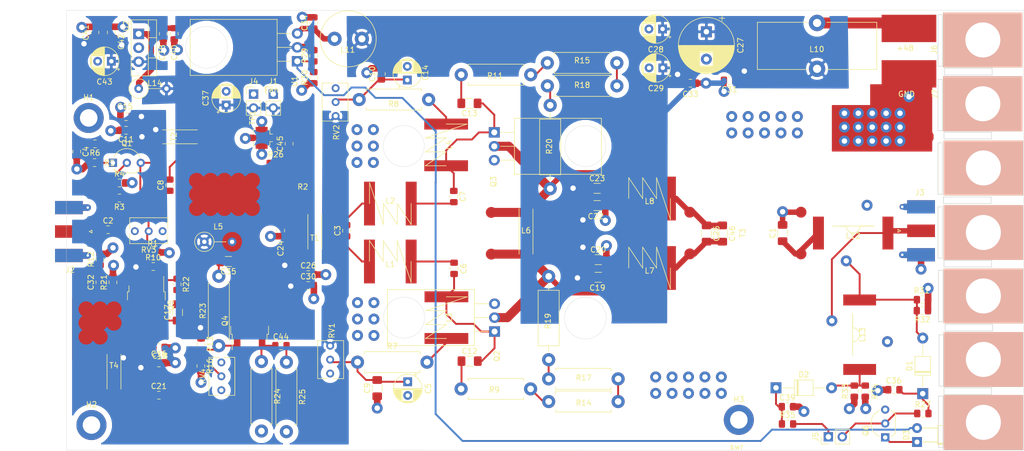
<source format=kicad_pcb>
(kicad_pcb (version 20171130) (host pcbnew "(5.1.5-0)")
  (layers (0 F.Cu signal) (1 GND.Cu power hide) (2 GND2.Cu power hide) (31 B.Cu signal hide) (34 B.Paste user) (35 F.Paste user) (36 B.SilkS user) (37 F.SilkS user) (38 B.Mask user) (39 F.Mask user) (44 Edge.Cuts user))
  (net 0 "")
  (net 1 GND)
  (net 2 "Net-(C1-Pad1)")
  (net 3 "Net-(C2-Pad2)")
  (net 4 "Net-(C2-Pad1)")
  (net 5 "Net-(C3-Pad2)")
  (net 6 "Net-(C3-Pad1)")
  (net 7 "Net-(C4-Pad1)")
  (net 8 "Net-(C6-Pad2)")
  (net 9 "Net-(C12-Pad2)")
  (net 10 "Net-(C7-Pad2)")
  (net 11 "Net-(C13-Pad1)")
  (net 12 "Net-(C8-Pad2)")
  (net 13 "Net-(C8-Pad1)")
  (net 14 "Net-(C10-Pad1)")
  (net 15 "Net-(C12-Pad1)")
  (net 16 "Net-(C13-Pad2)")
  (net 17 vshut)
  (net 18 +48V)
  (net 19 "Net-(C21-Pad2)")
  (net 20 "Net-(C21-Pad1)")
  (net 21 "Net-(C24-Pad1)")
  (net 22 "Net-(C25-Pad2)")
  (net 23 "Net-(C25-Pad1)")
  (net 24 "Net-(C34-Pad1)")
  (net 25 "Net-(C36-Pad2)")
  (net 26 "Net-(C38-Pad1)")
  (net 27 "Net-(C39-Pad1)")
  (net 28 "Net-(D1-Pad2)")
  (net 29 "Net-(D2-Pad2)")
  (net 30 "Net-(J3-Pad1)")
  (net 31 "Net-(J5-Pad2)")
  (net 32 "Net-(J5-Pad1)")
  (net 33 "Net-(L3-Pad1)")
  (net 34 "Net-(L4-Pad2)")
  (net 35 "Net-(L6-Pad3)")
  (net 36 "Net-(L6-Pad2)")
  (net 37 VCC)
  (net 38 "Net-(Q1-Pad1)")
  (net 39 "Net-(Q1-Pad3)")
  (net 40 "Net-(R14-Pad2)")
  (net 41 "Net-(R11-Pad1)")
  (net 42 "Net-(R14-Pad1)")
  (net 43 "Net-(R15-Pad1)")
  (net 44 "Net-(R17-Pad1)")
  (net 45 "Net-(R18-Pad1)")
  (net 46 "Net-(C5-Pad1)")
  (net 47 +12V)
  (net 48 "Net-(C17-Pad2)")
  (net 49 "Net-(C17-Pad1)")
  (net 50 +24V)
  (net 51 "Net-(C32-Pad2)")
  (net 52 "Net-(C32-Pad1)")
  (net 53 "Net-(C35-Pad2)")
  (net 54 "Net-(C35-Pad1)")
  (net 55 "Net-(C44-Pad2)")
  (net 56 "Net-(C44-Pad1)")
  (net 57 "Net-(C45-Pad2)")
  (net 58 "Net-(C45-Pad1)")
  (net 59 "Net-(D3-Pad1)")
  (net 60 "Net-(RV3-Pad1)")
  (net 61 "Net-(RV4-Pad1)")
  (module GeneralPA:HomeMade_T50_1t33t (layer F.Cu) (at 194.6 91.4)
    (fp_text reference L12 (at 0 0.5) (layer F.SilkS))
    (fp_text value 1:33)
    (pad 4 thru_hole circle (at -1.27 5.08) (size 2 2) (drill 1) (layers *.Cu *.Mask) (net 28 "Net-(D1-Pad2)"))
    (pad 3 thru_hole circle (at 2.54 -5.08) (size 2 2) (drill 1) (layers *.Cu *.Mask) (net 1 GND))
    (pad 2 smd rect (at 6.35 0) (size 2 6) (layers F.Cu F.Paste F.Mask) (net 30 "Net-(J3-Pad1)"))
    (pad 1 smd rect (at -6.35 0) (size 2 6) (layers F.Cu F.Paste F.Mask) (net 2 "Net-(C1-Pad1)"))
  )
  (module Package_TO_SOT_THT:TO-220-3_Horizontal_TabDown (layer F.Cu) (at 129.05 109.4 90)
    (fp_text reference Q2 (at -4.5 0.45 90) (layer F.SilkS))
    (fp_text value IRF510)
    (pad 3 thru_hole oval (at 5.08 0 90) (size 1.905 2) (drill 1.1) (layers *.Cu *.Mask) (net 1 GND))
    (pad 2 thru_hole oval (at 2.54 0 90) (size 1.905 2) (drill 1.1) (layers *.Cu *.Mask) (net 36 "Net-(L6-Pad2)"))
    (pad 1 thru_hole rect (at 0 0 90) (size 1.905 2) (drill 1.1) (layers *.Cu *.Mask) (net 9 "Net-(C12-Pad2)"))
    (pad "" np_thru_hole oval (at 2.54 -16.66 90) (size 3.5 3.5) (drill 3.5) (layers *.Cu *.Mask))
  )
  (module Package_TO_SOT_SMD:TO-252-2 (layer F.Cu) (at 65.3983 104.6062 270)
    (fp_text reference Q5 (at 0 -4.5 90) (layer F.SilkS))
    (fp_text value 2sc5706)
    (pad 2 smd rect (at 2.1 0 270) (size 6.4 5.8) (layers F.Cu F.Mask) (net 49 "Net-(C17-Pad1)"))
    (pad 3 smd rect (at -4.2 2.28 270) (size 2.2 1.2) (layers F.Cu F.Paste F.Mask) (net 52 "Net-(C32-Pad1)"))
    (pad 1 smd rect (at -4.2 -2.28 270) (size 2.2 1.2) (layers F.Cu F.Paste F.Mask) (net 13 "Net-(C8-Pad1)"))
  )
  (module Package_TO_SOT_SMD:TO-252-2 (layer F.Cu) (at 84.2782 107.439 90)
    (fp_text reference Q4 (at 0 -4.5 90) (layer F.SilkS))
    (fp_text value 2sc5706)
    (pad 2 smd rect (at 2.1 0 90) (size 6.4 5.8) (layers F.Cu F.Mask) (net 54 "Net-(C35-Pad1)"))
    (pad 3 smd rect (at -4.2 2.28 90) (size 2.2 1.2) (layers F.Cu F.Paste F.Mask) (net 56 "Net-(C44-Pad1)"))
    (pad 1 smd rect (at -4.2 -2.28 90) (size 2.2 1.2) (layers F.Cu F.Paste F.Mask) (net 19 "Net-(C21-Pad2)"))
  )
  (module Resistor_SMD:R_0805_2012Metric_Pad1.15x1.40mm_HandSolder (layer F.Cu) (at 71.0311 100.7782 270)
    (fp_text reference R22 (at 0 -1.65 90) (layer F.SilkS))
    (fp_text value 270)
    (pad 2 smd roundrect (at 1.025 0 270) (size 1.15 1.4) (layers F.Cu F.Paste F.Mask) (roundrect_rratio 0.217391) (net 48 "Net-(C17-Pad2)"))
    (pad 1 smd roundrect (at -1.025 0 270) (size 1.15 1.4) (layers F.Cu F.Paste F.Mask) (roundrect_rratio 0.217391) (net 13 "Net-(C8-Pad1)"))
  )
  (module Resistor_SMD:R_0805_2012Metric_Pad1.15x1.40mm_HandSolder (layer F.Cu) (at 59.2963 100.4099 90)
    (fp_text reference R21 (at 0 -1.65 90) (layer F.SilkS))
    (fp_text value 51)
    (pad 2 smd roundrect (at 1.025 0 90) (size 1.15 1.4) (layers F.Cu F.Paste F.Mask) (roundrect_rratio 0.217391) (net 1 GND))
    (pad 1 smd roundrect (at -1.025 0 90) (size 1.15 1.4) (layers F.Cu F.Paste F.Mask) (roundrect_rratio 0.217391) (net 52 "Net-(C32-Pad1)"))
  )
  (module Resistor_SMD:R_0805_2012Metric_Pad1.15x1.40mm_HandSolder (layer F.Cu) (at 56.9341 96.2279 90)
    (fp_text reference R12 (at 0 -1.65 90) (layer F.SilkS))
    (fp_text value 3.3)
    (pad 2 smd roundrect (at 1.025 0 90) (size 1.15 1.4) (layers F.Cu F.Paste F.Mask) (roundrect_rratio 0.217391) (net 1 GND))
    (pad 1 smd roundrect (at -1.025 0 90) (size 1.15 1.4) (layers F.Cu F.Paste F.Mask) (roundrect_rratio 0.217391) (net 51 "Net-(C32-Pad2)"))
  )
  (module Capacitor_SMD:C_1206_3216Metric_Pad1.42x1.75mm_HandSolder (layer F.Cu) (at 170.6753 91.4908 270)
    (fp_text reference C46 (at 0 -1.82 90) (layer F.SilkS))
    (fp_text value 150p)
    (pad 2 smd roundrect (at 1.4875 0 270) (size 1.425 1.75) (layers F.Cu F.Paste F.Mask) (roundrect_rratio 0.175439) (net 22 "Net-(C25-Pad2)"))
    (pad 1 smd roundrect (at -1.4875 0 270) (size 1.425 1.75) (layers F.Cu F.Paste F.Mask) (roundrect_rratio 0.175439) (net 23 "Net-(C25-Pad1)"))
  )
  (module Capacitor_SMD:C_0805_2012Metric_Pad1.15x1.40mm_HandSolder (layer F.Cu) (at 96 53 90)
    (fp_text reference C34 (at 0 -1.65 90) (layer F.SilkS))
    (fp_text value 100n)
    (pad 2 smd roundrect (at 1.025 0 90) (size 1.15 1.4) (layers F.Cu F.Paste F.Mask) (roundrect_rratio 0.217391) (net 1 GND))
    (pad 1 smd roundrect (at -1.025 0 90) (size 1.15 1.4) (layers F.Cu F.Paste F.Mask) (roundrect_rratio 0.217391) (net 24 "Net-(C34-Pad1)"))
  )
  (module Capacitor_SMD:C_0805_2012Metric_Pad1.15x1.40mm_HandSolder (layer F.Cu) (at 108.35 62.3125 90)
    (fp_text reference C10 (at 0 -1.65 90) (layer F.SilkS))
    (fp_text value 0.1u)
    (pad 2 smd roundrect (at 1.025 0 90) (size 1.15 1.4) (layers F.Cu F.Paste F.Mask) (roundrect_rratio 0.217391) (net 1 GND))
    (pad 1 smd roundrect (at -1.025 0 90) (size 1.15 1.4) (layers F.Cu F.Paste F.Mask) (roundrect_rratio 0.217391) (net 14 "Net-(C10-Pad1)"))
  )
  (module GeneralPA:T50_Laminent (layer F.Cu) (at 218.4 91.3)
    (fp_text reference H10 (at 0 0.5) (layer F.SilkS))
    (fp_text value T50_Pad)
    (pad 1 thru_hole custom (at 0 0) (size 14.5 10) (drill 6.4) (layers *.Cu *.Adhes *.Paste *.SilkS *.Mask) (options (clearance outline) (anchor rect)) (primitives))
  )
  (module GeneralPA:T50_Laminent (layer F.Cu) (at 218.4 79.5)
    (fp_text reference H9 (at 0 0.5) (layer F.SilkS))
    (fp_text value T50_Pad)
    (pad 1 thru_hole custom (at 0 0) (size 14.5 10) (drill 6.4) (layers *.Cu *.Adhes *.Paste *.SilkS *.Mask) (options (clearance outline) (anchor rect)) (primitives))
  )
  (module GeneralPA:T50_Laminent (layer F.Cu) (at 218.3 67.7672)
    (fp_text reference H8 (at 0 0.5) (layer F.SilkS))
    (fp_text value T50_Pad)
    (pad 1 thru_hole custom (at 0 0) (size 14.5 10) (drill 6.4) (layers *.Cu *.Adhes *.Paste *.SilkS *.Mask) (options (clearance outline) (anchor rect)) (primitives))
  )
  (module GeneralPA:T50_Laminent (layer F.Cu) (at 218.4 102.9)
    (fp_text reference H7 (at 0 0.5) (layer F.SilkS))
    (fp_text value T50_Pad)
    (pad 1 thru_hole custom (at 0 0) (size 14.5 10) (drill 6.4) (layers *.Cu *.Adhes *.Paste *.SilkS *.Mask) (options (clearance outline) (anchor rect)) (primitives))
  )
  (module GeneralPA:T50_Laminent (layer F.Cu) (at 218.4 114.5)
    (fp_text reference H6 (at 0 0.5) (layer F.SilkS))
    (fp_text value T50_Pad)
    (pad 1 thru_hole custom (at 0 0) (size 14.5 10) (drill 6.4) (layers *.Cu *.Adhes *.Paste *.SilkS *.Mask) (options (clearance outline) (anchor rect)) (primitives))
  )
  (module GeneralPA:T50_Laminent (layer F.Cu) (at 218.3 56.1)
    (fp_text reference H5 (at 0 0.5) (layer F.SilkS))
    (fp_text value T50_Pad)
    (pad 1 thru_hole custom (at 0 0) (size 14.5 10) (drill 6.4) (layers *.Cu *.Adhes *.Paste *.SilkS *.Mask) (options (clearance outline) (anchor rect)) (primitives))
  )
  (module GeneralPA:T50_Laminent (layer F.Cu) (at 218.4 126)
    (fp_text reference H4 (at 0 0.5) (layer F.SilkS))
    (fp_text value T50_Pad)
    (pad 1 thru_hole custom (at 0 0) (size 14.5 10) (drill 6.4) (layers *.Cu *.Adhes *.Paste *.SilkS *.Mask) (options (clearance outline) (anchor rect)) (primitives))
  )
  (module GeneralPA:HomeMade_Transformer_T100 (layer F.Cu) (at 174.9 91.4 270)
    (fp_text reference T3 (at 0 0.5 270) (layer F.SilkS))
    (fp_text value Transformer_T100)
    (pad 1 smd circle (at -3.81 -10.16 270) (size 2 2) (layers F.Cu F.Paste F.Mask) (net 1 GND))
    (pad 2 smd circle (at 3.81 -10.16 270) (size 2 2) (layers F.Cu F.Paste F.Mask) (net 2 "Net-(C1-Pad1)"))
    (pad 3 smd circle (at -3.81 10.16 270) (size 2 2) (layers F.Cu F.Paste F.Mask) (net 23 "Net-(C25-Pad1)"))
    (pad 4 smd circle (at 3.81 10.16 270) (size 2 2) (layers F.Cu F.Paste F.Mask) (net 22 "Net-(C25-Pad2)"))
  )
  (module GeneralPA:HomeMade_Transformer_T50 (layer F.Cu) (at 70.92 73.81 270)
    (fp_text reference T2 (at 0 0.5 270) (layer F.SilkS))
    (fp_text value Transformer_1P_1S)
    (pad 1 smd circle (at -3.81 -5.08 270) (size 2 2) (layers F.Cu F.Paste F.Mask) (net 12 "Net-(C8-Pad2)"))
    (pad 2 smd circle (at -3.81 3.81 270) (size 2 2) (layers F.Cu F.Paste F.Mask) (net 47 +12V))
    (pad 3 smd circle (at 3.81 -5.08 270) (size 2 2) (layers F.Cu F.Paste F.Mask) (net 12 "Net-(C8-Pad2)"))
    (pad 4 smd circle (at 3.81 3.81 270) (size 2 2) (layers F.Cu F.Paste F.Mask) (net 39 "Net-(Q1-Pad3)"))
  )
  (module GeneralPA:HomeMade_Transformer_T50 (layer F.Cu) (at 96.19 91.79)
    (fp_text reference T1 (at 0 0.5 -180) (layer F.SilkS))
    (fp_text value Transformer_1P_1S)
    (pad 1 smd circle (at -3.81 -5.08) (size 2 2) (layers F.Cu F.Paste F.Mask) (net 21 "Net-(C24-Pad1)"))
    (pad 2 smd circle (at -3.81 3.81) (size 2 2) (layers F.Cu F.Paste F.Mask) (net 50 +24V))
    (pad 3 smd circle (at 3.81 -5.08) (size 2 2) (layers F.Cu F.Paste F.Mask) (net 5 "Net-(C3-Pad2)"))
    (pad 4 smd circle (at 3.81 3.81) (size 2 2) (layers F.Cu F.Paste F.Mask) (net 6 "Net-(C3-Pad1)"))
  )
  (module Package_TO_SOT_THT:TO-92_Inline_Wide (layer F.Cu) (at 59.2963 78.5622)
    (fp_text reference Q1 (at 2.54 -3.56) (layer F.SilkS))
    (fp_text value 2N3904)
    (pad 1 thru_hole rect (at 0 0 90) (size 1.5 1.5) (drill 0.8) (layers *.Cu *.Mask) (net 38 "Net-(Q1-Pad1)"))
    (pad 3 thru_hole circle (at 5.08 0 90) (size 1.5 1.5) (drill 0.8) (layers *.Cu *.Mask) (net 39 "Net-(Q1-Pad3)"))
    (pad 2 thru_hole circle (at 2.54 0 90) (size 1.5 1.5) (drill 0.8) (layers *.Cu *.Mask) (net 3 "Net-(C2-Pad2)"))
  )
  (module GeneralPA:HomeMade_L_aircore (layer F.Cu) (at 157.385 85.09)
    (fp_text reference L8 (at 0 0.5) (layer F.SilkS))
    (fp_text value 33n)
    (pad 1 smd rect (at -3.81 0) (size 2 8) (layers F.Cu F.Paste F.Mask) (net 35 "Net-(L6-Pad3)"))
    (pad 2 smd rect (at 3.81 0) (size 2 8) (layers F.Cu F.Paste F.Mask) (net 23 "Net-(C25-Pad1)"))
  )
  (module GeneralPA:HomeMade_L_aircore (layer F.Cu) (at 157.385 97.79)
    (fp_text reference L7 (at 0 0.5) (layer F.SilkS))
    (fp_text value 33n)
    (pad 1 smd rect (at -3.81 0) (size 2 8) (layers F.Cu F.Paste F.Mask) (net 36 "Net-(L6-Pad2)"))
    (pad 2 smd rect (at 3.81 0) (size 2 8) (layers F.Cu F.Paste F.Mask) (net 22 "Net-(C25-Pad2)"))
  )
  (module GeneralPA:HomeMade_BalChoke (layer F.Cu) (at 134.8 91.44 180)
    (fp_text reference L6 (at 0 0.5 180) (layer F.SilkS))
    (fp_text value T2)
    (pad 1 smd circle (at -7.62 -3.81 180) (size 2 2) (layers F.Cu F.Paste F.Mask) (net 18 +48V))
    (pad 2 smd circle (at 6.35 -3.81 180) (size 2 2) (layers F.Cu F.Paste F.Mask) (net 36 "Net-(L6-Pad2)"))
    (pad 3 smd circle (at 6.35 3.81 180) (size 2 2) (layers F.Cu F.Paste F.Mask) (net 35 "Net-(L6-Pad3)"))
    (pad 4 smd circle (at -7.62 3.81 180) (size 2 2) (layers F.Cu F.Paste F.Mask) (net 18 +48V))
  )
  (module GeneralPA:HomeMade_L_aircore (layer F.Cu) (at 120.2 75.29 90)
    (fp_text reference L4 (at 0 0.5 90) (layer F.SilkS))
    (fp_text value 33n)
    (pad 1 smd rect (at -3.81 0 90) (size 2 8) (layers F.Cu F.Paste F.Mask) (net 11 "Net-(C13-Pad1)"))
    (pad 2 smd rect (at 3.81 0 90) (size 2 8) (layers F.Cu F.Paste F.Mask) (net 34 "Net-(L4-Pad2)"))
  )
  (module GeneralPA:HomeMade_L_aircore (layer F.Cu) (at 120.25 106.86 90)
    (fp_text reference L3 (at 0 0.5 90) (layer F.SilkS))
    (fp_text value 33n)
    (pad 1 smd rect (at -3.81 0 90) (size 2 8) (layers F.Cu F.Paste F.Mask) (net 33 "Net-(L3-Pad1)"))
    (pad 2 smd rect (at 3.81 0 90) (size 2 8) (layers F.Cu F.Paste F.Mask) (net 9 "Net-(C12-Pad2)"))
  )
  (module GeneralPA:HomeMade_L_aircore (layer F.Cu) (at 110 86.01234 180)
    (fp_text reference L2 (at 0 0.5) (layer F.SilkS))
    (fp_text value 33n)
    (pad 1 smd rect (at -3.81 0 180) (size 2 8) (layers F.Cu F.Paste F.Mask) (net 10 "Net-(C7-Pad2)"))
    (pad 2 smd rect (at 3.81 0 180) (size 2 8) (layers F.Cu F.Paste F.Mask) (net 5 "Net-(C3-Pad2)"))
  )
  (module GeneralPA:HomeMade_L_aircore (layer F.Cu) (at 109.99 96.6)
    (fp_text reference L1 (at 0 0.5) (layer F.SilkS))
    (fp_text value 33n)
    (pad 1 smd rect (at -3.81 0) (size 2 8) (layers F.Cu F.Paste F.Mask) (net 6 "Net-(C3-Pad1)"))
    (pad 2 smd rect (at 3.81 0) (size 2 8) (layers F.Cu F.Paste F.Mask) (net 8 "Net-(C6-Pad2)"))
  )
  (module Connector_Coaxial:SMA_Molex_73251-1153_EdgeMount_Horizontal (layer F.Cu) (at 205.29 90.994 180)
    (fp_text reference J3 (at -1.5 7) (layer F.SilkS))
    (fp_text value RFout)
    (pad 2 smd rect (at 1.27 4.38 180) (size 0.95 0.46) (layers B.Cu) (net 1 GND))
    (pad 2 smd rect (at 1.27 -4.38 180) (size 0.95 0.46) (layers B.Cu) (net 1 GND))
    (pad 2 smd rect (at 1.27 4.38 180) (size 0.95 0.46) (layers F.Cu) (net 1 GND))
    (pad 2 smd rect (at 1.27 -4.38 180) (size 0.95 0.46) (layers F.Cu) (net 1 GND))
    (pad 2 thru_hole circle (at 1.72 4.38 180) (size 0.97 0.97) (drill 0.46) (layers *.Cu) (net 1 GND))
    (pad 2 thru_hole circle (at 1.72 -4.38 180) (size 0.97 0.97) (drill 0.46) (layers *.Cu) (net 1 GND))
    (pad 2 smd rect (at -1.72 4.38 180) (size 5.08 2.42) (layers B.Cu B.Paste B.Mask) (net 1 GND))
    (pad 2 smd rect (at -1.72 -4.38 180) (size 5.08 2.42) (layers B.Cu B.Paste B.Mask) (net 1 GND))
    (pad 2 smd rect (at -1.72 4.38 180) (size 5.08 2.42) (layers F.Cu F.Paste F.Mask) (net 1 GND))
    (pad 2 smd rect (at -1.72 -4.38 180) (size 5.08 2.42) (layers F.Cu F.Paste F.Mask) (net 1 GND))
    (pad 1 smd rect (at -1.72 0 180) (size 5.08 2.29) (layers F.Cu F.Paste F.Mask) (net 30 "Net-(J3-Pad1)"))
  )
  (module Connector_Coaxial:SMA_Molex_73251-1153_EdgeMount_Horizontal (layer F.Cu) (at 52.9662 91.124)
    (fp_text reference J2 (at -1.5 7) (layer F.SilkS))
    (fp_text value RFin)
    (pad 2 smd rect (at 1.27 4.38) (size 0.95 0.46) (layers B.Cu) (net 1 GND))
    (pad 2 smd rect (at 1.27 -4.38) (size 0.95 0.46) (layers B.Cu) (net 1 GND))
    (pad 2 smd rect (at 1.27 4.38) (size 0.95 0.46) (layers F.Cu) (net 1 GND))
    (pad 2 smd rect (at 1.27 -4.38) (size 0.95 0.46) (layers F.Cu) (net 1 GND))
    (pad 2 thru_hole circle (at 1.72 4.38) (size 0.97 0.97) (drill 0.46) (layers *.Cu) (net 1 GND))
    (pad 2 thru_hole circle (at 1.72 -4.38) (size 0.97 0.97) (drill 0.46) (layers *.Cu) (net 1 GND))
    (pad 2 smd rect (at -1.72 4.38) (size 5.08 2.42) (layers B.Cu B.Paste B.Mask) (net 1 GND))
    (pad 2 smd rect (at -1.72 -4.38) (size 5.08 2.42) (layers B.Cu B.Paste B.Mask) (net 1 GND))
    (pad 2 smd rect (at -1.72 4.38) (size 5.08 2.42) (layers F.Cu F.Paste F.Mask) (net 1 GND))
    (pad 2 smd rect (at -1.72 -4.38) (size 5.08 2.42) (layers F.Cu F.Paste F.Mask) (net 1 GND))
    (pad 1 smd rect (at -1.72 0) (size 5.08 2.29) (layers F.Cu F.Paste F.Mask) (net 4 "Net-(C2-Pad1)"))
  )
  (module Capacitor_SMD:C_1206_3216Metric_Pad1.42x1.75mm_HandSolder (layer F.Cu) (at 71.0946 105.9069 90)
    (fp_text reference C17 (at 0 -1.82 90) (layer F.SilkS))
    (fp_text value 10u)
    (pad 2 smd roundrect (at 1.4875 0 90) (size 1.425 1.75) (layers F.Cu F.Paste F.Mask) (roundrect_rratio 0.175439) (net 48 "Net-(C17-Pad2)"))
    (pad 1 smd roundrect (at -1.4875 0 90) (size 1.425 1.75) (layers F.Cu F.Paste F.Mask) (roundrect_rratio 0.175439) (net 49 "Net-(C17-Pad1)"))
  )
  (module Package_TO_SOT_THT:TO-92_Inline_Wide (layer F.Cu) (at 200.4568 128.7526 90)
    (fp_text reference Q6 (at 1.27 -3.56 90) (layer F.SilkS))
    (fp_text value BC548)
    (pad 1 thru_hole rect (at 0 0 180) (size 1.5 1.5) (drill 0.8) (layers *.Cu *.Mask) (net 59 "Net-(D3-Pad1)"))
    (pad 3 thru_hole circle (at 5.08 0 180) (size 1.5 1.5) (drill 0.8) (layers *.Cu *.Mask) (net 1 GND))
    (pad 2 thru_hole circle (at 2.54 0 180) (size 1.5 1.5) (drill 0.8) (layers *.Cu *.Mask) (net 31 "Net-(J5-Pad2)"))
  )
  (module GeneralPA:HomeMade_T50_1t33t (layer F.Cu) (at 195.7832 109.982 90)
    (fp_text reference L13 (at 0 0.5 90) (layer F.SilkS))
    (fp_text value 1:33)
    (pad 4 thru_hole circle (at -1.27 5.08 90) (size 2 2) (drill 1) (layers *.Cu *.Mask) (net 1 GND))
    (pad 3 thru_hole circle (at 2.54 -5.08 90) (size 2 2) (drill 1) (layers *.Cu *.Mask) (net 30 "Net-(J3-Pad1)"))
    (pad 2 smd rect (at 6.35 0 90) (size 2 6) (layers F.Cu F.Paste F.Mask) (net 28 "Net-(D1-Pad2)"))
    (pad 1 smd rect (at -6.35 0 90) (size 2 6) (layers F.Cu F.Paste F.Mask) (net 29 "Net-(D2-Pad2)"))
  )
  (module GeneralPA:HomeMade_Transformer_T50 (layer F.Cu) (at 59.4868 116.1161 180)
    (fp_text reference T4 (at 0 0.5 180) (layer F.SilkS))
    (fp_text value Transformer_1P_1S)
    (pad 1 smd circle (at -3.81 -5.08 180) (size 2 2) (layers F.Cu F.Paste F.Mask) (net 20 "Net-(C21-Pad1)"))
    (pad 2 smd circle (at -3.81 3.81 180) (size 2 2) (layers F.Cu F.Paste F.Mask) (net 47 +12V))
    (pad 3 smd circle (at 3.81 -5.08 180) (size 2 2) (layers F.Cu F.Paste F.Mask) (net 20 "Net-(C21-Pad1)"))
    (pad 4 smd circle (at 3.81 3.81 180) (size 2 2) (layers F.Cu F.Paste F.Mask) (net 49 "Net-(C17-Pad1)"))
  )
  (module Potentiometer_THT:Potentiometer_Bourns_3266Y_Vertical (layer F.Cu) (at 79.1083 115.04574 90)
    (fp_text reference RV4 (at -2.54 -3.41 90) (layer F.SilkS))
    (fp_text value 1k)
    (pad 3 thru_hole circle (at -5.08 0 90) (size 1.44 1.44) (drill 0.8) (layers *.Cu *.Mask) (net 1 GND))
    (pad 2 thru_hole circle (at -2.54 0 90) (size 1.44 1.44) (drill 0.8) (layers *.Cu *.Mask) (net 19 "Net-(C21-Pad2)"))
    (pad 1 thru_hole circle (at 0 0 90) (size 1.44 1.44) (drill 0.8) (layers *.Cu *.Mask) (net 61 "Net-(RV4-Pad1)"))
  )
  (module Potentiometer_THT:Potentiometer_Bourns_3266Y_Vertical (layer F.Cu) (at 63.2968 91.059 180)
    (fp_text reference RV3 (at -2.54 -3.41) (layer F.SilkS))
    (fp_text value 1k)
    (pad 3 thru_hole circle (at -5.08 0 180) (size 1.44 1.44) (drill 0.8) (layers *.Cu *.Mask) (net 1 GND))
    (pad 2 thru_hole circle (at -2.54 0 180) (size 1.44 1.44) (drill 0.8) (layers *.Cu *.Mask) (net 13 "Net-(C8-Pad1)"))
    (pad 1 thru_hole circle (at 0 0 180) (size 1.44 1.44) (drill 0.8) (layers *.Cu *.Mask) (net 60 "Net-(RV3-Pad1)"))
  )
  (module Resistor_SMD:R_0815_2038Metric_Pad1.53x4.00mm_HandSolder (layer F.Cu) (at 89.0625 80)
    (fp_text reference R26 (at 0 -2.95) (layer F.SilkS))
    (fp_text value 0)
    (pad 2 smd roundrect (at 0.9375 0) (size 1.525 4) (layers F.Cu F.Paste F.Mask) (roundrect_rratio 0.163934) (net 58 "Net-(C45-Pad1)"))
    (pad 1 smd roundrect (at -0.9375 0) (size 1.525 4) (layers F.Cu F.Paste F.Mask) (roundrect_rratio 0.163934) (net 54 "Net-(C35-Pad1)"))
  )
  (module Resistor_THT:R_Axial_DIN0411_L9.9mm_D3.6mm_P12.70mm_Horizontal (layer F.Cu) (at 91 115 270)
    (fp_text reference R25 (at 6.35 -2.92 90) (layer F.SilkS))
    (fp_text value 3.3/0.5W)
    (pad 2 thru_hole oval (at 12.7 0 270) (size 2.4 2.4) (drill 1.2) (layers *.Cu *.Mask) (net 1 GND))
    (pad 1 thru_hole circle (at 0 0 270) (size 2.4 2.4) (drill 1.2) (layers *.Cu *.Mask) (net 55 "Net-(C44-Pad2)"))
  )
  (module Resistor_THT:R_Axial_DIN0411_L9.9mm_D3.6mm_P12.70mm_Horizontal (layer F.Cu) (at 86.44128 114.88826 270)
    (fp_text reference R24 (at 6.35 -2.92 90) (layer F.SilkS))
    (fp_text value 22/1W)
    (pad 2 thru_hole oval (at 12.7 0 270) (size 2.4 2.4) (drill 1.2) (layers *.Cu *.Mask) (net 1 GND))
    (pad 1 thru_hole circle (at 0 0 270) (size 2.4 2.4) (drill 1.2) (layers *.Cu *.Mask) (net 56 "Net-(C44-Pad1)"))
  )
  (module Resistor_THT:R_Axial_DIN0411_L9.9mm_D3.6mm_P12.70mm_Horizontal (layer F.Cu) (at 78.64602 111.99012 90)
    (fp_text reference R23 (at 6.35 -2.92 90) (layer F.SilkS))
    (fp_text value 270/0.25W)
    (pad 2 thru_hole oval (at 12.7 0 90) (size 2.4 2.4) (drill 1.2) (layers *.Cu *.Mask) (net 53 "Net-(C35-Pad2)"))
    (pad 1 thru_hole circle (at 0 0 90) (size 2.4 2.4) (drill 1.2) (layers *.Cu *.Mask) (net 19 "Net-(C21-Pad2)"))
  )
  (module Resistor_SMD:R_0805_2012Metric_Pad1.15x1.40mm_HandSolder (layer F.Cu) (at 75.36942 115.6999 270)
    (fp_text reference R16 (at 0 -1.65 90) (layer F.SilkS))
    (fp_text value 470)
    (pad 2 smd roundrect (at 1.025 0 270) (size 1.15 1.4) (layers F.Cu F.Paste F.Mask) (roundrect_rratio 0.217391) (net 1 GND))
    (pad 1 smd roundrect (at -1.025 0 270) (size 1.15 1.4) (layers F.Cu F.Paste F.Mask) (roundrect_rratio 0.217391) (net 19 "Net-(C21-Pad2)"))
  )
  (module Resistor_SMD:R_0805_2012Metric_Pad1.15x1.40mm_HandSolder (layer F.Cu) (at 75.40752 111.70194 270)
    (fp_text reference R13 (at 0 -1.65 90) (layer F.SilkS))
    (fp_text value 1k)
    (pad 2 smd roundrect (at 1.025 0 270) (size 1.15 1.4) (layers F.Cu F.Paste F.Mask) (roundrect_rratio 0.217391) (net 19 "Net-(C21-Pad2)"))
    (pad 1 smd roundrect (at -1.025 0 270) (size 1.15 1.4) (layers F.Cu F.Paste F.Mask) (roundrect_rratio 0.217391) (net 50 +24V))
  )
  (module Resistor_SMD:R_0805_2012Metric_Pad1.15x1.40mm_HandSolder (layer F.Cu) (at 66.5824 94.9452)
    (fp_text reference R1 (at 0 -1.65) (layer F.SilkS))
    (fp_text value 390)
    (pad 2 smd roundrect (at 1.025 0) (size 1.15 1.4) (layers F.Cu F.Paste F.Mask) (roundrect_rratio 0.217391) (net 1 GND))
    (pad 1 smd roundrect (at -1.025 0) (size 1.15 1.4) (layers F.Cu F.Paste F.Mask) (roundrect_rratio 0.217391) (net 13 "Net-(C8-Pad1)"))
  )
  (module Inductor_THT:L_Axial_L7.0mm_D3.3mm_P5.08mm_Vertical_Fastron_MICC (layer F.Cu) (at 76 93)
    (fp_text reference L5 (at 2.54 -2.77) (layer F.SilkS))
    (fp_text value "RF Choke")
    (pad 2 thru_hole oval (at 5.08 0) (size 1.6 1.6) (drill 0.8) (layers *.Cu *.Mask) (net 54 "Net-(C35-Pad1)"))
    (pad 1 thru_hole circle (at 0 0) (size 1.6 1.6) (drill 0.8) (layers *.Cu *.Mask) (net 50 +24V))
  )
  (module Connector_PinHeader_2.54mm:PinHeader_1x02_P2.54mm_Vertical (layer F.Cu) (at 88.6 66)
    (fp_text reference J1 (at 0 -2.33) (layer F.SilkS))
    (fp_text value FAN)
    (pad 2 thru_hole oval (at 0 2.54) (size 1.7 1.7) (drill 1) (layers *.Cu *.Mask) (net 50 +24V))
    (pad 1 thru_hole rect (at 0 0) (size 1.7 1.7) (drill 1) (layers *.Cu *.Mask) (net 1 GND))
  )
  (module LED_THT:LED_D1.8mm_W1.8mm_H2.4mm_Horizontal_O3.81mm_Z1.6mm (layer F.Cu) (at 206.2734 129.5908 90)
    (fp_text reference D3 (at 1.27 -1.96 90) (layer F.SilkS))
    (fp_text value LED)
    (pad 2 thru_hole circle (at 2.54 0 90) (size 1.8 1.8) (drill 0.9) (layers *.Cu *.Mask) (net 17 vshut))
    (pad 1 thru_hole rect (at 0 0 90) (size 1.8 1.8) (drill 0.9) (layers *.Cu *.Mask) (net 59 "Net-(D3-Pad1)"))
  )
  (module Capacitor_SMD:C_0805_2012Metric_Pad1.15x1.40mm_HandSolder (layer F.Cu) (at 91.5 75.075 90)
    (fp_text reference C45 (at 0 -1.65 90) (layer F.SilkS))
    (fp_text value 0.1u)
    (pad 2 smd roundrect (at 1.025 0 90) (size 1.15 1.4) (layers F.Cu F.Paste F.Mask) (roundrect_rratio 0.217391) (net 57 "Net-(C45-Pad2)"))
    (pad 1 smd roundrect (at -1.025 0 90) (size 1.15 1.4) (layers F.Cu F.Paste F.Mask) (roundrect_rratio 0.217391) (net 58 "Net-(C45-Pad1)"))
  )
  (module Capacitor_SMD:C_0805_2012Metric_Pad1.15x1.40mm_HandSolder (layer F.Cu) (at 90 112)
    (fp_text reference C44 (at 0 -1.65) (layer F.SilkS))
    (fp_text value 100n)
    (pad 2 smd roundrect (at 1.025 0) (size 1.15 1.4) (layers F.Cu F.Paste F.Mask) (roundrect_rratio 0.217391) (net 55 "Net-(C44-Pad2)"))
    (pad 1 smd roundrect (at -1.025 0) (size 1.15 1.4) (layers F.Cu F.Paste F.Mask) (roundrect_rratio 0.217391) (net 56 "Net-(C44-Pad1)"))
  )
  (module Capacitor_SMD:C_1206_3216Metric_Pad1.42x1.75mm_HandSolder (layer F.Cu) (at 80.39956 96.6 180)
    (fp_text reference C35 (at 0 -1.82) (layer F.SilkS))
    (fp_text value 10u)
    (pad 2 smd roundrect (at 1.4875 0 180) (size 1.425 1.75) (layers F.Cu F.Paste F.Mask) (roundrect_rratio 0.175439) (net 53 "Net-(C35-Pad2)"))
    (pad 1 smd roundrect (at -1.4875 0 180) (size 1.425 1.75) (layers F.Cu F.Paste F.Mask) (roundrect_rratio 0.175439) (net 54 "Net-(C35-Pad1)"))
  )
  (module Capacitor_SMD:C_0805_2012Metric_Pad1.15x1.40mm_HandSolder (layer F.Cu) (at 56.9087 100.4062 90)
    (fp_text reference C32 (at 0 -1.65 90) (layer F.SilkS))
    (fp_text value 100n)
    (pad 2 smd roundrect (at 1.025 0 90) (size 1.15 1.4) (layers F.Cu F.Paste F.Mask) (roundrect_rratio 0.217391) (net 51 "Net-(C32-Pad2)"))
    (pad 1 smd roundrect (at -1.025 0 90) (size 1.15 1.4) (layers F.Cu F.Paste F.Mask) (roundrect_rratio 0.217391) (net 52 "Net-(C32-Pad1)"))
  )
  (module Capacitor_SMD:C_0805_2012Metric_Pad1.15x1.40mm_HandSolder (layer F.Cu) (at 95 101)
    (fp_text reference C30 (at 0 -1.65) (layer F.SilkS))
    (fp_text value 10n)
    (pad 2 smd roundrect (at 1.025 0) (size 1.15 1.4) (layers F.Cu F.Paste F.Mask) (roundrect_rratio 0.217391) (net 1 GND))
    (pad 1 smd roundrect (at -1.025 0) (size 1.15 1.4) (layers F.Cu F.Paste F.Mask) (roundrect_rratio 0.217391) (net 50 +24V))
  )
  (module Capacitor_SMD:C_0805_2012Metric_Pad1.15x1.40mm_HandSolder (layer F.Cu) (at 95 99)
    (fp_text reference C26 (at 0 -1.65) (layer F.SilkS))
    (fp_text value 100n)
    (pad 2 smd roundrect (at 1.025 0) (size 1.15 1.4) (layers F.Cu F.Paste F.Mask) (roundrect_rratio 0.217391) (net 1 GND))
    (pad 1 smd roundrect (at -1.025 0) (size 1.15 1.4) (layers F.Cu F.Paste F.Mask) (roundrect_rratio 0.217391) (net 50 +24V))
  )
  (module Resistor_THT:R_Axial_DIN0411_L9.9mm_D3.6mm_P12.70mm_Horizontal (layer F.Cu) (at 117 67 180)
    (fp_text reference R8 (at 6.4 -0.8) (layer F.SilkS))
    (fp_text value 220/1W)
    (pad 2 thru_hole oval (at 12.7 0 180) (size 2.4 2.4) (drill 1.2) (layers *.Cu *.Mask) (net 14 "Net-(C10-Pad1)"))
    (pad 1 thru_hole circle (at 0 0 180) (size 2.4 2.4) (drill 1.2) (layers *.Cu *.Mask) (net 34 "Net-(L4-Pad2)"))
  )
  (module Package_TO_SOT_THT:TO-220-3_Horizontal_TabDown (layer F.Cu) (at 93 60 90)
    (fp_text reference U1 (at -3.65 -0.5 90) (layer F.SilkS))
    (fp_text value LM317HVT)
    (pad 3 thru_hole oval (at 5.08 0 90) (size 1.905 2) (drill 1.1) (layers *.Cu *.Mask) (net 24 "Net-(C34-Pad1)"))
    (pad 2 thru_hole oval (at 2.54 0 90) (size 1.905 2) (drill 1.1) (layers *.Cu *.Mask) (net 50 +24V))
    (pad 1 thru_hole rect (at 0 0 90) (size 1.905 2) (drill 1.1) (layers *.Cu *.Mask) (net 17 vshut))
    (pad "" np_thru_hole oval (at 2.54 -16.66 90) (size 3.5 3.5) (drill 3.5) (layers *.Cu *.Mask))
  )
  (module Connector_Coaxial:U.FL_Molex_MCRF_73412-0110_Vertical (layer F.Cu) (at 86.475 74 90)
    (fp_text reference TP1 (at 3.7 -1.65 90) (layer F.SilkS))
    (fp_text value Conn_Coaxial)
    (pad 1 smd rect (at 0 1.5 90) (size 1 1) (layers F.Cu F.Paste F.Mask) (net 57 "Net-(C45-Pad2)"))
    (pad 2 smd rect (at 0 -1.5 90) (size 1 1) (layers F.Cu F.Paste F.Mask) (net 1 GND))
    (pad 2 smd rect (at 1.475 0 90) (size 1.05 2.2) (layers F.Cu F.Paste F.Mask) (net 1 GND))
    (pad 2 smd rect (at -1.475 0 90) (size 1.05 2.2) (layers F.Cu F.Paste F.Mask) (net 1 GND))
  )
  (module Capacitor_SMD:C_1206_3216Metric_Pad1.42x1.75mm_HandSolder (layer F.Cu) (at 167.8 91.4875 270)
    (fp_text reference C25 (at 0 -1.82 90) (layer F.SilkS))
    (fp_text value 150p)
    (pad 2 smd roundrect (at 1.4875 0 270) (size 1.425 1.75) (layers F.Cu F.Paste F.Mask) (roundrect_rratio 0.175439) (net 22 "Net-(C25-Pad2)"))
    (pad 1 smd roundrect (at -1.4875 0 270) (size 1.425 1.75) (layers F.Cu F.Paste F.Mask) (roundrect_rratio 0.175439) (net 23 "Net-(C25-Pad1)"))
  )
  (module Capacitor_SMD:C_1206_3216Metric_Pad1.42x1.75mm_HandSolder (layer F.Cu) (at 147.7968 83.2234)
    (fp_text reference C23 (at 0 -1.82) (layer F.SilkS))
    (fp_text value 0.1u)
    (pad 2 smd roundrect (at 1.4875 0) (size 1.425 1.75) (layers F.Cu F.Paste F.Mask) (roundrect_rratio 0.175439) (net 1 GND))
    (pad 1 smd roundrect (at -1.4875 0) (size 1.425 1.75) (layers F.Cu F.Paste F.Mask) (roundrect_rratio 0.175439) (net 18 +48V))
  )
  (module Capacitor_SMD:C_1206_3216Metric_Pad1.42x1.75mm_HandSolder (layer F.Cu) (at 147.7968 86.3854)
    (fp_text reference C22 (at -0.2468 1.9646) (layer F.SilkS))
    (fp_text value 0.1u)
    (pad 2 smd roundrect (at 1.4875 0) (size 1.425 1.75) (layers F.Cu F.Paste F.Mask) (roundrect_rratio 0.175439) (net 1 GND))
    (pad 1 smd roundrect (at -1.4875 0) (size 1.425 1.75) (layers F.Cu F.Paste F.Mask) (roundrect_rratio 0.175439) (net 18 +48V))
  )
  (module Capacitor_SMD:C_1206_3216Metric_Pad1.42x1.75mm_HandSolder (layer F.Cu) (at 148 96.266)
    (fp_text reference C20 (at 0 -1.82) (layer F.SilkS))
    (fp_text value 0.1u)
    (pad 2 smd roundrect (at 1.4875 0) (size 1.425 1.75) (layers F.Cu F.Paste F.Mask) (roundrect_rratio 0.175439) (net 1 GND))
    (pad 1 smd roundrect (at -1.4875 0) (size 1.425 1.75) (layers F.Cu F.Paste F.Mask) (roundrect_rratio 0.175439) (net 18 +48V))
  )
  (module Capacitor_SMD:C_1206_3216Metric_Pad1.42x1.75mm_HandSolder (layer F.Cu) (at 148 99.484)
    (fp_text reference C19 (at -0.15 1.916) (layer F.SilkS))
    (fp_text value 0.1u)
    (pad 2 smd roundrect (at 1.4875 0) (size 1.425 1.75) (layers F.Cu F.Paste F.Mask) (roundrect_rratio 0.175439) (net 1 GND))
    (pad 1 smd roundrect (at -1.4875 0) (size 1.425 1.75) (layers F.Cu F.Paste F.Mask) (roundrect_rratio 0.175439) (net 18 +48V))
  )
  (module Capacitor_SMD:C_1206_3216Metric_Pad1.42x1.75mm_HandSolder (layer F.Cu) (at 124.46 67.691 180)
    (fp_text reference C13 (at 0 -1.82) (layer F.SilkS))
    (fp_text value 0.1u)
    (pad 2 smd roundrect (at 1.4875 0 180) (size 1.425 1.75) (layers F.Cu F.Paste F.Mask) (roundrect_rratio 0.175439) (net 16 "Net-(C13-Pad2)"))
    (pad 1 smd roundrect (at -1.4875 0 180) (size 1.425 1.75) (layers F.Cu F.Paste F.Mask) (roundrect_rratio 0.175439) (net 11 "Net-(C13-Pad1)"))
  )
  (module Capacitor_SMD:C_1206_3216Metric_Pad1.42x1.75mm_HandSolder (layer F.Cu) (at 124.4965 114.808)
    (fp_text reference C12 (at 0 -1.82) (layer F.SilkS))
    (fp_text value 0.1u)
    (pad 2 smd roundrect (at 1.4875 0) (size 1.425 1.75) (layers F.Cu F.Paste F.Mask) (roundrect_rratio 0.175439) (net 9 "Net-(C12-Pad2)"))
    (pad 1 smd roundrect (at -1.4875 0) (size 1.425 1.75) (layers F.Cu F.Paste F.Mask) (roundrect_rratio 0.175439) (net 15 "Net-(C12-Pad1)"))
  )
  (module Capacitor_SMD:C_1206_3216Metric_Pad1.42x1.75mm_HandSolder (layer F.Cu) (at 107.6 119.75 90)
    (fp_text reference C9 (at 0 -1.82 90) (layer F.SilkS))
    (fp_text value 0.1u)
    (pad 2 smd roundrect (at 1.4875 0 90) (size 1.425 1.75) (layers F.Cu F.Paste F.Mask) (roundrect_rratio 0.175439) (net 46 "Net-(C5-Pad1)"))
    (pad 1 smd roundrect (at -1.4875 0 90) (size 1.425 1.75) (layers F.Cu F.Paste F.Mask) (roundrect_rratio 0.175439) (net 1 GND))
  )
  (module Capacitor_SMD:C_0805_2012Metric_Pad1.15x1.40mm_HandSolder (layer F.Cu) (at 121.6 84.725 270)
    (fp_text reference C7 (at 0 -1.65 90) (layer F.SilkS))
    (fp_text value 0.1u)
    (pad 2 smd roundrect (at 1.025 0 270) (size 1.15 1.4) (layers F.Cu F.Paste F.Mask) (roundrect_rratio 0.217391) (net 10 "Net-(C7-Pad2)"))
    (pad 1 smd roundrect (at -1.025 0 270) (size 1.15 1.4) (layers F.Cu F.Paste F.Mask) (roundrect_rratio 0.217391) (net 11 "Net-(C13-Pad1)"))
  )
  (module Capacitor_SMD:C_1206_3216Metric_Pad1.42x1.75mm_HandSolder (layer F.Cu) (at 181.7 91.4 90)
    (fp_text reference C1 (at 0 -1.82 90) (layer F.SilkS))
    (fp_text value 150p)
    (pad 2 smd roundrect (at 1.4875 0 90) (size 1.425 1.75) (layers F.Cu F.Paste F.Mask) (roundrect_rratio 0.175439) (net 1 GND))
    (pad 1 smd roundrect (at -1.4875 0 90) (size 1.425 1.75) (layers F.Cu F.Paste F.Mask) (roundrect_rratio 0.175439) (net 2 "Net-(C1-Pad1)"))
  )
  (module Capacitor_THT:CP_Radial_D10.0mm_P5.00mm (layer F.Cu) (at 167.767 54.61 270)
    (fp_text reference C27 (at 2.5 -6.25 90) (layer F.SilkS))
    (fp_text value 100u)
    (pad 2 thru_hole circle (at 5 0 270) (size 2 2) (drill 1) (layers *.Cu *.Mask) (net 1 GND))
    (pad 1 thru_hole rect (at 0 0 270) (size 2 2) (drill 1) (layers *.Cu *.Mask) (net 18 +48V))
  )
  (module Inductor_THT:L_Axial_L7.0mm_D3.3mm_P5.08mm_Vertical_Fastron_MICC (layer F.Cu) (at 64 65)
    (fp_text reference L14 (at 2.95 -1) (layer F.SilkS))
    (fp_text value "RF Choke")
    (pad 2 thru_hole oval (at 5.08 0) (size 1.6 1.6) (drill 0.8) (layers *.Cu *.Mask) (net 50 +24V))
    (pad 1 thru_hole circle (at 0 0) (size 1.6 1.6) (drill 0.8) (layers *.Cu *.Mask) (net 26 "Net-(C38-Pad1)"))
  )
  (module Inductor_THT:L_Radial_D10.0mm_P5.00mm_Fastron_07P (layer F.Cu) (at 104.8 55.9 180)
    (fp_text reference L11 (at 2.6 -2) (layer F.SilkS))
    (fp_text value "RF Choke")
    (pad 2 thru_hole circle (at 5 0 180) (size 2.6 2.6) (drill 1.3) (layers *.Cu *.Mask) (net 24 "Net-(C34-Pad1)"))
    (pad 1 thru_hole circle (at 0 0 180) (size 2.6 2.6) (drill 1.3) (layers *.Cu *.Mask) (net 18 +48V))
  )
  (module Connector_Wire:SolderWirePad_1x01_SMD_5x10mm (layer F.Cu) (at 204.8 62.3 270)
    (fp_text reference J7 (at 3.7 -4.75 90) (layer F.SilkS))
    (fp_text value 48v_PAD)
    (pad 1 smd rect (at 0 0 270) (size 5 10) (layers F.Cu F.Paste F.Mask) (net 1 GND))
  )
  (module Connector_Wire:SolderWirePad_1x01_SMD_5x10mm (layer F.Cu) (at 204.8 54 90)
    (fp_text reference J6 (at -3.85 4.6 90) (layer F.SilkS))
    (fp_text value 48v_PAD)
    (pad 1 smd rect (at 0 0 90) (size 5 10) (layers F.Cu F.Paste F.Mask) (net 37 VCC))
  )
  (module Resistor_THT:R_Axial_DIN0411_L9.9mm_D3.6mm_P15.24mm_Horizontal (layer F.Cu) (at 139.2174 83.2866 90)
    (fp_text reference R20 (at 7.7366 -0.1674 90) (layer F.SilkS))
    (fp_text value 100/1W)
    (pad 2 thru_hole oval (at 15.24 0 90) (size 2.4 2.4) (drill 1.2) (layers *.Cu *.Mask) (net 45 "Net-(R18-Pad1)"))
    (pad 1 thru_hole circle (at 0 0 90) (size 2.4 2.4) (drill 1.2) (layers *.Cu *.Mask) (net 35 "Net-(L6-Pad3)"))
  )
  (module Resistor_THT:R_Axial_DIN0411_L9.9mm_D3.6mm_P15.24mm_Horizontal (layer F.Cu) (at 138.938 99.314 270)
    (fp_text reference R19 (at 8.186 0.138 90) (layer F.SilkS))
    (fp_text value 100/1W)
    (pad 2 thru_hole oval (at 15.24 0 270) (size 2.4 2.4) (drill 1.2) (layers *.Cu *.Mask) (net 44 "Net-(R17-Pad1)"))
    (pad 1 thru_hole circle (at 0 0 270) (size 2.4 2.4) (drill 1.2) (layers *.Cu *.Mask) (net 36 "Net-(L6-Pad2)"))
  )
  (module Resistor_THT:R_Axial_DIN0411_L9.9mm_D3.6mm_P12.70mm_Horizontal (layer F.Cu) (at 138.7094 64.4906)
    (fp_text reference R18 (at 6.35 -0.1406) (layer F.SilkS))
    (fp_text value 100/1W)
    (pad 2 thru_hole oval (at 12.7 0) (size 2.4 2.4) (drill 1.2) (layers *.Cu *.Mask) (net 43 "Net-(R15-Pad1)"))
    (pad 1 thru_hole circle (at 0 0) (size 2.4 2.4) (drill 1.2) (layers *.Cu *.Mask) (net 45 "Net-(R18-Pad1)"))
  )
  (module Resistor_THT:R_Axial_DIN0411_L9.9mm_D3.6mm_P12.70mm_Horizontal (layer F.Cu) (at 138.938 118.056)
    (fp_text reference R17 (at 6.412 -0.206) (layer F.SilkS))
    (fp_text value 100/1W)
    (pad 2 thru_hole oval (at 12.7 0) (size 2.4 2.4) (drill 1.2) (layers *.Cu *.Mask) (net 42 "Net-(R14-Pad1)"))
    (pad 1 thru_hole circle (at 0 0) (size 2.4 2.4) (drill 1.2) (layers *.Cu *.Mask) (net 44 "Net-(R17-Pad1)"))
  )
  (module Resistor_THT:R_Axial_DIN0411_L9.9mm_D3.6mm_P12.70mm_Horizontal (layer F.Cu) (at 151.4 60.3 180)
    (fp_text reference R15 (at 6.35 0.45) (layer F.SilkS))
    (fp_text value 100/1W)
    (pad 2 thru_hole oval (at 12.7 0 180) (size 2.4 2.4) (drill 1.2) (layers *.Cu *.Mask) (net 41 "Net-(R11-Pad1)"))
    (pad 1 thru_hole circle (at 0 0 180) (size 2.4 2.4) (drill 1.2) (layers *.Cu *.Mask) (net 43 "Net-(R15-Pad1)"))
  )
  (module Resistor_THT:R_Axial_DIN0411_L9.9mm_D3.6mm_P12.70mm_Horizontal (layer F.Cu) (at 151.638 122.2 180)
    (fp_text reference R14 (at 6.288 -0.25) (layer F.SilkS))
    (fp_text value 100/1W)
    (pad 2 thru_hole oval (at 12.7 0 180) (size 2.4 2.4) (drill 1.2) (layers *.Cu *.Mask) (net 40 "Net-(R14-Pad2)"))
    (pad 1 thru_hole circle (at 0 0 180) (size 2.4 2.4) (drill 1.2) (layers *.Cu *.Mask) (net 42 "Net-(R14-Pad1)"))
  )
  (module Resistor_THT:R_Axial_DIN0411_L9.9mm_D3.6mm_P12.70mm_Horizontal (layer F.Cu) (at 135.6614 62.4586 180)
    (fp_text reference R11 (at 6.5114 -0.1914) (layer F.SilkS))
    (fp_text value 100/1W)
    (pad 2 thru_hole oval (at 12.7 0 180) (size 2.4 2.4) (drill 1.2) (layers *.Cu *.Mask) (net 16 "Net-(C13-Pad2)"))
    (pad 1 thru_hole circle (at 0 0 180) (size 2.4 2.4) (drill 1.2) (layers *.Cu *.Mask) (net 41 "Net-(R11-Pad1)"))
  )
  (module Resistor_THT:R_Axial_DIN0411_L9.9mm_D3.6mm_P12.70mm_Horizontal (layer F.Cu) (at 135.636 119.888 180)
    (fp_text reference R9 (at 6.636 -0.162) (layer F.SilkS))
    (fp_text value 100/1W)
    (pad 2 thru_hole oval (at 12.7 0 180) (size 2.4 2.4) (drill 1.2) (layers *.Cu *.Mask) (net 15 "Net-(C12-Pad1)"))
    (pad 1 thru_hole circle (at 0 0 180) (size 2.4 2.4) (drill 1.2) (layers *.Cu *.Mask) (net 40 "Net-(R14-Pad2)"))
  )
  (module Resistor_THT:R_Axial_DIN0411_L9.9mm_D3.6mm_P12.70mm_Horizontal (layer F.Cu) (at 104 115)
    (fp_text reference R7 (at 6.35 -2.92) (layer F.SilkS))
    (fp_text value 220/1W)
    (pad 2 thru_hole oval (at 12.7 0) (size 2.4 2.4) (drill 1.2) (layers *.Cu *.Mask) (net 33 "Net-(L3-Pad1)"))
    (pad 1 thru_hole circle (at 0 0) (size 2.4 2.4) (drill 1.2) (layers *.Cu *.Mask) (net 46 "Net-(C5-Pad1)"))
  )
  (module Package_TO_SOT_THT:TO-220-3_Horizontal_TabDown (layer F.Cu) (at 129 73 270)
    (fp_text reference Q3 (at 9 0.15 90) (layer F.SilkS))
    (fp_text value IRF510)
    (pad 3 thru_hole oval (at 5.08 0 270) (size 1.905 2) (drill 1.1) (layers *.Cu *.Mask) (net 1 GND))
    (pad 2 thru_hole oval (at 2.54 0 270) (size 1.905 2) (drill 1.1) (layers *.Cu *.Mask) (net 35 "Net-(L6-Pad3)"))
    (pad 1 thru_hole rect (at 0 0 270) (size 1.905 2) (drill 1.1) (layers *.Cu *.Mask) (net 11 "Net-(C13-Pad1)"))
    (pad "" np_thru_hole oval (at 2.54 -16.66 270) (size 3.5 3.5) (drill 3.5) (layers *.Cu *.Mask))
  )
  (module Inductor_THT:L_Toroid_Vertical_L21.6mm_W8.4mm_P8.38mm_Pulse_G (layer F.Cu) (at 188 53)
    (fp_text reference L10 (at -0.05 4.8) (layer F.SilkS))
    (fp_text value "RF Choke")
    (pad 2 thru_hole circle (at 0 8.38) (size 3 3) (drill 1.5) (layers *.Cu *.Mask) (net 18 +48V))
    (pad 1 thru_hole circle (at 0 0) (size 3 3) (drill 1.5) (layers *.Cu *.Mask) (net 37 VCC))
  )
  (module Package_TO_SOT_THT:TO-220-3_Vertical (layer F.Cu) (at 64 55 270)
    (fp_text reference U2 (at -1.45 2.25 90) (layer F.SilkS))
    (fp_text value LM7812_TO220)
    (pad 3 thru_hole oval (at 5.08 0 270) (size 1.905 2) (drill 1.1) (layers *.Cu *.Mask) (net 47 +12V))
    (pad 2 thru_hole oval (at 2.54 0 270) (size 1.905 2) (drill 1.1) (layers *.Cu *.Mask) (net 1 GND))
    (pad 1 thru_hole rect (at 0 0 270) (size 1.905 2) (drill 1.1) (layers *.Cu *.Mask) (net 26 "Net-(C38-Pad1)"))
  )
  (module Potentiometer_THT:Potentiometer_Bourns_3266Y_Vertical (layer F.Cu) (at 100 70 270)
    (fp_text reference RV2 (at 3 -0.15 90) (layer F.SilkS))
    (fp_text value 1k)
    (pad 3 thru_hole circle (at -5.08 0 270) (size 1.44 1.44) (drill 0.8) (layers *.Cu *.Mask) (net 1 GND))
    (pad 2 thru_hole circle (at -2.54 0 270) (size 1.44 1.44) (drill 0.8) (layers *.Cu *.Mask) (net 14 "Net-(C10-Pad1)"))
    (pad 1 thru_hole circle (at 0 0 270) (size 1.44 1.44) (drill 0.8) (layers *.Cu *.Mask) (net 47 +12V))
  )
  (module Potentiometer_THT:Potentiometer_Bourns_3266Y_Vertical (layer F.Cu) (at 99 112 90)
    (fp_text reference RV1 (at 2.75 0.3 90) (layer F.SilkS))
    (fp_text value 1k)
    (pad 3 thru_hole circle (at -5.08 0 90) (size 1.44 1.44) (drill 0.8) (layers *.Cu *.Mask) (net 1 GND))
    (pad 2 thru_hole circle (at -2.54 0 90) (size 1.44 1.44) (drill 0.8) (layers *.Cu *.Mask) (net 46 "Net-(C5-Pad1)"))
    (pad 1 thru_hole circle (at 0 0 90) (size 1.44 1.44) (drill 0.8) (layers *.Cu *.Mask) (net 47 +12V))
  )
  (module Resistor_SMD:R_0805_2012Metric_Pad1.15x1.40mm_HandSolder (layer F.Cu) (at 182.6006 126.3015)
    (fp_text reference R35 (at 0 -1.65) (layer F.SilkS))
    (fp_text value 1k)
    (pad 2 smd roundrect (at 1.025 0) (size 1.15 1.4) (layers F.Cu F.Paste F.Mask) (roundrect_rratio 0.217391) (net 32 "Net-(J5-Pad1)"))
    (pad 1 smd roundrect (at -1.025 0) (size 1.15 1.4) (layers F.Cu F.Paste F.Mask) (roundrect_rratio 0.217391) (net 27 "Net-(C39-Pad1)"))
  )
  (module Resistor_SMD:R_0805_2012Metric_Pad1.15x1.40mm_HandSolder (layer F.Cu) (at 196.807 120.3062 90)
    (fp_text reference R34 (at -0.05 1.75 90) (layer F.SilkS))
    (fp_text value 100)
    (pad 2 smd roundrect (at 1.025 0 90) (size 1.15 1.4) (layers F.Cu F.Paste F.Mask) (roundrect_rratio 0.217391) (net 29 "Net-(D2-Pad2)"))
    (pad 1 smd roundrect (at -1.025 0 90) (size 1.15 1.4) (layers F.Cu F.Paste F.Mask) (roundrect_rratio 0.217391) (net 1 GND))
  )
  (module Resistor_SMD:R_0805_2012Metric_Pad1.15x1.40mm_HandSolder (layer F.Cu) (at 194.807 120.3062 90)
    (fp_text reference R33 (at 0 -1.65 90) (layer F.SilkS))
    (fp_text value 100)
    (pad 2 smd roundrect (at 1.025 0 90) (size 1.15 1.4) (layers F.Cu F.Paste F.Mask) (roundrect_rratio 0.217391) (net 29 "Net-(D2-Pad2)"))
    (pad 1 smd roundrect (at -1.025 0 90) (size 1.15 1.4) (layers F.Cu F.Paste F.Mask) (roundrect_rratio 0.217391) (net 1 GND))
  )
  (module Resistor_SMD:R_0805_2012Metric_Pad1.15x1.40mm_HandSolder (layer F.Cu) (at 207.2504 105.5802 180)
    (fp_text reference R32 (at 0 -1.65) (layer F.SilkS))
    (fp_text value 100)
    (pad 2 smd roundrect (at 1.025 0 180) (size 1.15 1.4) (layers F.Cu F.Paste F.Mask) (roundrect_rratio 0.217391) (net 28 "Net-(D1-Pad2)"))
    (pad 1 smd roundrect (at -1.025 0 180) (size 1.15 1.4) (layers F.Cu F.Paste F.Mask) (roundrect_rratio 0.217391) (net 1 GND))
  )
  (module Resistor_SMD:R_0805_2012Metric_Pad1.15x1.40mm_HandSolder (layer F.Cu) (at 207.2754 103.5802 180)
    (fp_text reference R31 (at 0.15 1.65) (layer F.SilkS))
    (fp_text value 100)
    (pad 2 smd roundrect (at 1.025 0 180) (size 1.15 1.4) (layers F.Cu F.Paste F.Mask) (roundrect_rratio 0.217391) (net 28 "Net-(D1-Pad2)"))
    (pad 1 smd roundrect (at -1.025 0 180) (size 1.15 1.4) (layers F.Cu F.Paste F.Mask) (roundrect_rratio 0.217391) (net 1 GND))
  )
  (module Resistor_SMD:R_0805_2012Metric_Pad1.15x1.40mm_HandSolder (layer F.Cu) (at 96 63 90)
    (fp_text reference R30 (at 0 -1.65 90) (layer F.SilkS))
    (fp_text value 4.7k)
    (pad 2 smd roundrect (at 1.025 0 90) (size 1.15 1.4) (layers F.Cu F.Paste F.Mask) (roundrect_rratio 0.217391) (net 17 vshut))
    (pad 1 smd roundrect (at -1.025 0 90) (size 1.15 1.4) (layers F.Cu F.Paste F.Mask) (roundrect_rratio 0.217391) (net 1 GND))
  )
  (module Resistor_SMD:R_0805_2012Metric_Pad1.15x1.40mm_HandSolder (layer F.Cu) (at 96 59 90)
    (fp_text reference R29 (at 0 -1.65 90) (layer F.SilkS))
    (fp_text value 220)
    (pad 2 smd roundrect (at 1.025 0 90) (size 1.15 1.4) (layers F.Cu F.Paste F.Mask) (roundrect_rratio 0.217391) (net 50 +24V))
    (pad 1 smd roundrect (at -1.025 0 90) (size 1.15 1.4) (layers F.Cu F.Paste F.Mask) (roundrect_rratio 0.217391) (net 17 vshut))
  )
  (module Resistor_SMD:R_0805_2012Metric_Pad1.15x1.40mm_HandSolder (layer F.Cu) (at 207.3312 124.3838)
    (fp_text reference R27 (at 0 -1.65) (layer F.SilkS))
    (fp_text value 1k)
    (pad 2 smd roundrect (at 1.025 0) (size 1.15 1.4) (layers F.Cu F.Paste F.Mask) (roundrect_rratio 0.217391) (net 25 "Net-(C36-Pad2)"))
    (pad 1 smd roundrect (at -1.025 0) (size 1.15 1.4) (layers F.Cu F.Paste F.Mask) (roundrect_rratio 0.217391) (net 31 "Net-(J5-Pad2)"))
  )
  (module Resistor_SMD:R_0805_2012Metric_Pad1.15x1.40mm_HandSolder (layer F.Cu) (at 66.6623 97.5233)
    (fp_text reference R10 (at 0 -1.65) (layer F.SilkS))
    (fp_text value 1k)
    (pad 2 smd roundrect (at 1.025 0) (size 1.15 1.4) (layers F.Cu F.Paste F.Mask) (roundrect_rratio 0.217391) (net 13 "Net-(C8-Pad1)"))
    (pad 1 smd roundrect (at -1.025 0) (size 1.15 1.4) (layers F.Cu F.Paste F.Mask) (roundrect_rratio 0.217391) (net 47 +12V))
  )
  (module Resistor_SMD:R_0805_2012Metric_Pad1.15x1.40mm_HandSolder (layer F.Cu) (at 56.007 75.0951 180)
    (fp_text reference R6 (at 0 -1.65) (layer F.SilkS))
    (fp_text value 3.3)
    (pad 2 smd roundrect (at 1.025 0 180) (size 1.15 1.4) (layers F.Cu F.Paste F.Mask) (roundrect_rratio 0.217391) (net 7 "Net-(C4-Pad1)"))
    (pad 1 smd roundrect (at -1.025 0 180) (size 1.15 1.4) (layers F.Cu F.Paste F.Mask) (roundrect_rratio 0.217391) (net 38 "Net-(Q1-Pad1)"))
  )
  (module Resistor_SMD:R_0805_2012Metric_Pad1.15x1.40mm_HandSolder (layer F.Cu) (at 55.9345 78.5241 180)
    (fp_text reference R5 (at -2.766 -0.084) (layer F.SilkS))
    (fp_text value 100)
    (pad 2 smd roundrect (at 1.025 0 180) (size 1.15 1.4) (layers F.Cu F.Paste F.Mask) (roundrect_rratio 0.217391) (net 1 GND))
    (pad 1 smd roundrect (at -1.025 0 180) (size 1.15 1.4) (layers F.Cu F.Paste F.Mask) (roundrect_rratio 0.217391) (net 38 "Net-(Q1-Pad1)"))
  )
  (module Resistor_SMD:R_0805_2012Metric_Pad1.15x1.40mm_HandSolder (layer F.Cu) (at 60.4864 82.2452)
    (fp_text reference R4 (at 0 -1.65) (layer F.SilkS))
    (fp_text value 100)
    (pad 2 smd roundrect (at 1.025 0) (size 1.15 1.4) (layers F.Cu F.Paste F.Mask) (roundrect_rratio 0.217391) (net 1 GND))
    (pad 1 smd roundrect (at -1.025 0) (size 1.15 1.4) (layers F.Cu F.Paste F.Mask) (roundrect_rratio 0.217391) (net 3 "Net-(C2-Pad2)"))
  )
  (module Resistor_SMD:R_0805_2012Metric_Pad1.15x1.40mm_HandSolder (layer F.Cu) (at 60.475 85 180)
    (fp_text reference R3 (at 0 -1.65) (layer F.SilkS))
    (fp_text value 390)
    (pad 2 smd roundrect (at 1.025 0 180) (size 1.15 1.4) (layers F.Cu F.Paste F.Mask) (roundrect_rratio 0.217391) (net 3 "Net-(C2-Pad2)"))
    (pad 1 smd roundrect (at -1.025 0 180) (size 1.15 1.4) (layers F.Cu F.Paste F.Mask) (roundrect_rratio 0.217391) (net 39 "Net-(Q1-Pad3)"))
  )
  (module Resistor_SMD:R_0815_2038Metric_Pad1.53x4.00mm_HandSolder (layer F.Cu) (at 94 80 180)
    (fp_text reference R2 (at 0 -2.95) (layer F.SilkS))
    (fp_text value 0)
    (pad 2 smd roundrect (at 0.9375 0 180) (size 1.525 4) (layers F.Cu F.Paste F.Mask) (roundrect_rratio 0.163934) (net 58 "Net-(C45-Pad1)"))
    (pad 1 smd roundrect (at -0.9375 0 180) (size 1.525 4) (layers F.Cu F.Paste F.Mask) (roundrect_rratio 0.163934) (net 21 "Net-(C24-Pad1)"))
  )
  (module Connector_PinHeader_2.54mm:PinHeader_1x02_P2.54mm_Vertical (layer F.Cu) (at 190.0682 128.651 90)
    (fp_text reference J5 (at 0 -2.33 90) (layer F.SilkS))
    (fp_text value SWR)
    (pad 2 thru_hole oval (at 0 2.54 90) (size 1.7 1.7) (drill 1) (layers *.Cu *.Mask) (net 31 "Net-(J5-Pad2)"))
    (pad 1 thru_hole rect (at 0 0 90) (size 1.7 1.7) (drill 1) (layers *.Cu *.Mask) (net 32 "Net-(J5-Pad1)"))
  )
  (module Connector_PinHeader_2.54mm:PinHeader_1x02_P2.54mm_Vertical (layer F.Cu) (at 85 66)
    (fp_text reference J4 (at 0 -2.33) (layer F.SilkS))
    (fp_text value FAN)
    (pad 2 thru_hole oval (at 0 2.54) (size 1.7 1.7) (drill 1) (layers *.Cu *.Mask) (net 50 +24V))
    (pad 1 thru_hole rect (at 0 0) (size 1.7 1.7) (drill 1) (layers *.Cu *.Mask) (net 1 GND))
  )
  (module MountingHole:MountingHole_3.2mm_M3_ISO14580_Pad (layer F.Cu) (at 173.7 125.55)
    (fp_text reference H3 (at 0 -3.75) (layer F.SilkS))
    (fp_text value MountingHole)
    (pad 1 thru_hole circle (at 0 0) (size 5.5 5.5) (drill 3.2) (layers *.Cu *.Mask))
  )
  (module MountingHole:MountingHole_3.2mm_M3_ISO14580_Pad (layer F.Cu) (at 55.372 126.492)
    (fp_text reference H2 (at 0 -3.75) (layer F.SilkS))
    (fp_text value MountingHole)
    (pad 1 thru_hole circle (at 0 0) (size 5.5 5.5) (drill 3.2) (layers *.Cu *.Mask))
  )
  (module MountingHole:MountingHole_3.2mm_M3_ISO14580_Pad (layer F.Cu) (at 54.864 70.358)
    (fp_text reference H1 (at 0 -3.75) (layer F.SilkS))
    (fp_text value MountingHole)
    (pad 1 thru_hole circle (at 0 0) (size 5.5 5.5) (drill 3.2) (layers *.Cu *.Mask))
  )
  (module Diode_THT:D_T-1_P10.16mm_Horizontal (layer F.Cu) (at 180.4924 119.6848)
    (fp_text reference D2 (at 5.08 -2.42) (layer F.SilkS))
    (fp_text value D)
    (pad 2 thru_hole oval (at 10.16 0) (size 2 2) (drill 1) (layers *.Cu *.Mask) (net 29 "Net-(D2-Pad2)"))
    (pad 1 thru_hole rect (at 0 0) (size 2 2) (drill 1) (layers *.Cu *.Mask) (net 27 "Net-(C39-Pad1)"))
  )
  (module Diode_THT:D_T-1_P10.16mm_Horizontal (layer F.Cu) (at 207.3148 120.7516 90)
    (fp_text reference D1 (at 5.08 -2.42 90) (layer F.SilkS))
    (fp_text value D)
    (pad 2 thru_hole oval (at 10.16 0 90) (size 2 2) (drill 1) (layers *.Cu *.Mask) (net 28 "Net-(D1-Pad2)"))
    (pad 1 thru_hole rect (at 0 0 90) (size 2 2) (drill 1) (layers *.Cu *.Mask) (net 25 "Net-(C36-Pad2)"))
  )
  (module Capacitor_THT:CP_Radial_D5.0mm_P2.50mm (layer F.Cu) (at 59 60 180)
    (fp_text reference C43 (at 1.25 -3.75) (layer F.SilkS))
    (fp_text value 10u)
    (pad 2 thru_hole circle (at 2.5 0 180) (size 1.6 1.6) (drill 0.8) (layers *.Cu *.Mask) (net 1 GND))
    (pad 1 thru_hole rect (at 0 0 180) (size 1.6 1.6) (drill 0.8) (layers *.Cu *.Mask) (net 47 +12V))
  )
  (module Capacitor_SMD:C_0805_2012Metric_Pad1.15x1.40mm_HandSolder (layer F.Cu) (at 59 54.737 90)
    (fp_text reference C42 (at -1.713 1.8 90) (layer F.SilkS))
    (fp_text value 100n)
    (pad 2 smd roundrect (at 1.025 0 90) (size 1.15 1.4) (layers F.Cu F.Paste F.Mask) (roundrect_rratio 0.217391) (net 1 GND))
    (pad 1 smd roundrect (at -1.025 0 90) (size 1.15 1.4) (layers F.Cu F.Paste F.Mask) (roundrect_rratio 0.217391) (net 47 +12V))
  )
  (module Capacitor_SMD:C_0805_2012Metric_Pad1.15x1.40mm_HandSolder (layer F.Cu) (at 56 54.737 90)
    (fp_text reference C41 (at 0 -1.65 90) (layer F.SilkS))
    (fp_text value 10n)
    (pad 2 smd roundrect (at 1.025 0 90) (size 1.15 1.4) (layers F.Cu F.Paste F.Mask) (roundrect_rratio 0.217391) (net 1 GND))
    (pad 1 smd roundrect (at -1.025 0 90) (size 1.15 1.4) (layers F.Cu F.Paste F.Mask) (roundrect_rratio 0.217391) (net 47 +12V))
  )
  (module Capacitor_SMD:C_0805_2012Metric_Pad1.15x1.40mm_HandSolder (layer F.Cu) (at 70.5 54.975 270)
    (fp_text reference C40 (at 3.425 0 90) (layer F.SilkS))
    (fp_text value 10n)
    (pad 2 smd roundrect (at 1.025 0 270) (size 1.15 1.4) (layers F.Cu F.Paste F.Mask) (roundrect_rratio 0.217391) (net 1 GND))
    (pad 1 smd roundrect (at -1.025 0 270) (size 1.15 1.4) (layers F.Cu F.Paste F.Mask) (roundrect_rratio 0.217391) (net 26 "Net-(C38-Pad1)"))
  )
  (module Capacitor_SMD:C_0805_2012Metric_Pad1.15x1.40mm_HandSolder (layer F.Cu) (at 182.5842 123.1392)
    (fp_text reference C39 (at 0 -1.65) (layer F.SilkS))
    (fp_text value 100n)
    (pad 2 smd roundrect (at 1.025 0) (size 1.15 1.4) (layers F.Cu F.Paste F.Mask) (roundrect_rratio 0.217391) (net 1 GND))
    (pad 1 smd roundrect (at -1.025 0) (size 1.15 1.4) (layers F.Cu F.Paste F.Mask) (roundrect_rratio 0.217391) (net 27 "Net-(C39-Pad1)"))
  )
  (module Capacitor_SMD:C_0805_2012Metric_Pad1.15x1.40mm_HandSolder (layer F.Cu) (at 68.5 54.975 270)
    (fp_text reference C38 (at 3.425 0.2 90) (layer F.SilkS))
    (fp_text value 100n)
    (pad 2 smd roundrect (at 1.025 0 270) (size 1.15 1.4) (layers F.Cu F.Paste F.Mask) (roundrect_rratio 0.217391) (net 1 GND))
    (pad 1 smd roundrect (at -1.025 0 270) (size 1.15 1.4) (layers F.Cu F.Paste F.Mask) (roundrect_rratio 0.217391) (net 26 "Net-(C38-Pad1)"))
  )
  (module Capacitor_THT:CP_Radial_D5.0mm_P2.50mm (layer F.Cu) (at 80 68 90)
    (fp_text reference C37 (at 1.25 -3.75 90) (layer F.SilkS))
    (fp_text value 10u)
    (pad 2 thru_hole circle (at 2.5 0 90) (size 1.6 1.6) (drill 0.8) (layers *.Cu *.Mask) (net 1 GND))
    (pad 1 thru_hole rect (at 0 0 90) (size 1.6 1.6) (drill 0.8) (layers *.Cu *.Mask) (net 50 +24V))
  )
  (module Capacitor_SMD:C_0805_2012Metric_Pad1.15x1.40mm_HandSolder (layer F.Cu) (at 202.0226 120.0404)
    (fp_text reference C36 (at 0 -1.65) (layer F.SilkS))
    (fp_text value 100n)
    (pad 2 smd roundrect (at 1.025 0) (size 1.15 1.4) (layers F.Cu F.Paste F.Mask) (roundrect_rratio 0.217391) (net 25 "Net-(C36-Pad2)"))
    (pad 1 smd roundrect (at -1.025 0) (size 1.15 1.4) (layers F.Cu F.Paste F.Mask) (roundrect_rratio 0.217391) (net 1 GND))
  )
  (module Capacitor_SMD:C_0805_2012Metric_Pad1.15x1.40mm_HandSolder (layer F.Cu) (at 164.855 64.008)
    (fp_text reference C33 (at 0 1.992) (layer F.SilkS))
    (fp_text value 10n)
    (pad 2 smd roundrect (at 1.025 0) (size 1.15 1.4) (layers F.Cu F.Paste F.Mask) (roundrect_rratio 0.217391) (net 1 GND))
    (pad 1 smd roundrect (at -1.025 0) (size 1.15 1.4) (layers F.Cu F.Paste F.Mask) (roundrect_rratio 0.217391) (net 18 +48V))
  )
  (module Capacitor_SMD:C_0805_2012Metric_Pad1.15x1.40mm_HandSolder (layer F.Cu) (at 172 63.5 180)
    (fp_text reference C31 (at 0 -1.65) (layer F.SilkS))
    (fp_text value 100n)
    (pad 2 smd roundrect (at 1.025 0 180) (size 1.15 1.4) (layers F.Cu F.Paste F.Mask) (roundrect_rratio 0.217391) (net 1 GND))
    (pad 1 smd roundrect (at -1.025 0 180) (size 1.15 1.4) (layers F.Cu F.Paste F.Mask) (roundrect_rratio 0.217391) (net 18 +48V))
  )
  (module Capacitor_THT:CP_Radial_D5.0mm_P2.50mm (layer F.Cu) (at 159.8 61.2 180)
    (fp_text reference C29 (at 1.25 -3.75) (layer F.SilkS))
    (fp_text value 1u)
    (pad 2 thru_hole circle (at 2.5 0 180) (size 1.6 1.6) (drill 0.8) (layers *.Cu *.Mask) (net 1 GND))
    (pad 1 thru_hole rect (at 0 0 180) (size 1.6 1.6) (drill 0.8) (layers *.Cu *.Mask) (net 18 +48V))
  )
  (module Capacitor_THT:CP_Radial_D5.0mm_P2.50mm (layer F.Cu) (at 159.766 54.102 180)
    (fp_text reference C28 (at 1.25 -3.75) (layer F.SilkS))
    (fp_text value 10u)
    (pad 2 thru_hole circle (at 2.5 0 180) (size 1.6 1.6) (drill 0.8) (layers *.Cu *.Mask) (net 1 GND))
    (pad 1 thru_hole rect (at 0 0 180) (size 1.6 1.6) (drill 0.8) (layers *.Cu *.Mask) (net 18 +48V))
  )
  (module Capacitor_SMD:C_0805_2012Metric_Pad1.15x1.40mm_HandSolder (layer F.Cu) (at 89.95 90.95 270)
    (fp_text reference C24 (at 3.25 0 90) (layer F.SilkS))
    (fp_text value 82p)
    (pad 2 smd roundrect (at 1.025 0 270) (size 1.15 1.4) (layers F.Cu F.Paste F.Mask) (roundrect_rratio 0.217391) (net 1 GND))
    (pad 1 smd roundrect (at -1.025 0 270) (size 1.15 1.4) (layers F.Cu F.Paste F.Mask) (roundrect_rratio 0.217391) (net 21 "Net-(C24-Pad1)"))
  )
  (module Capacitor_SMD:C_0805_2012Metric_Pad1.15x1.40mm_HandSolder (layer F.Cu) (at 67.691 121.0437)
    (fp_text reference C21 (at 0 -1.65) (layer F.SilkS))
    (fp_text value 0.1u)
    (pad 2 smd roundrect (at 1.025 0) (size 1.15 1.4) (layers F.Cu F.Paste F.Mask) (roundrect_rratio 0.217391) (net 19 "Net-(C21-Pad2)"))
    (pad 1 smd roundrect (at -1.025 0) (size 1.15 1.4) (layers F.Cu F.Paste F.Mask) (roundrect_rratio 0.217391) (net 20 "Net-(C21-Pad1)"))
  )
  (module Capacitor_SMD:C_0805_2012Metric_Pad1.15x1.40mm_HandSolder (layer F.Cu) (at 67.7164 112.3188)
    (fp_text reference C18 (at 0.175 1.528) (layer F.SilkS))
    (fp_text value 10n)
    (pad 2 smd roundrect (at 1.025 0) (size 1.15 1.4) (layers F.Cu F.Paste F.Mask) (roundrect_rratio 0.217391) (net 1 GND))
    (pad 1 smd roundrect (at -1.025 0) (size 1.15 1.4) (layers F.Cu F.Paste F.Mask) (roundrect_rratio 0.217391) (net 47 +12V))
  )
  (module Capacitor_SMD:C_0805_2012Metric_Pad1.15x1.40mm_HandSolder (layer F.Cu) (at 67.6873 115.1382)
    (fp_text reference C16 (at 0 -1.65) (layer F.SilkS))
    (fp_text value 100n)
    (pad 2 smd roundrect (at 1.025 0) (size 1.15 1.4) (layers F.Cu F.Paste F.Mask) (roundrect_rratio 0.217391) (net 1 GND))
    (pad 1 smd roundrect (at -1.025 0) (size 1.15 1.4) (layers F.Cu F.Paste F.Mask) (roundrect_rratio 0.217391) (net 47 +12V))
  )
  (module Capacitor_SMD:C_0805_2012Metric_Pad1.15x1.40mm_HandSolder (layer F.Cu) (at 61.6858 70.1317 180)
    (fp_text reference C15 (at 0.2 1.866) (layer F.SilkS))
    (fp_text value 10n)
    (pad 2 smd roundrect (at 1.025 0 180) (size 1.15 1.4) (layers F.Cu F.Paste F.Mask) (roundrect_rratio 0.217391) (net 1 GND))
    (pad 1 smd roundrect (at -1.025 0 180) (size 1.15 1.4) (layers F.Cu F.Paste F.Mask) (roundrect_rratio 0.217391) (net 47 +12V))
  )
  (module Capacitor_THT:CP_Radial_D5.0mm_P2.50mm (layer F.Cu) (at 113.1 63.438 90)
    (fp_text reference C14 (at 1.338 3.3 90) (layer F.SilkS))
    (fp_text value 1u)
    (pad 2 thru_hole circle (at 2.5 0 90) (size 1.6 1.6) (drill 0.8) (layers *.Cu *.Mask) (net 1 GND))
    (pad 1 thru_hole rect (at 0 0 90) (size 1.6 1.6) (drill 0.8) (layers *.Cu *.Mask) (net 14 "Net-(C10-Pad1)"))
  )
  (module Capacitor_SMD:C_0805_2012Metric_Pad1.15x1.40mm_HandSolder (layer F.Cu) (at 61.6858 72.6157 180)
    (fp_text reference C11 (at 0 -1.65) (layer F.SilkS))
    (fp_text value 100n)
    (pad 2 smd roundrect (at 1.025 0 180) (size 1.15 1.4) (layers F.Cu F.Paste F.Mask) (roundrect_rratio 0.217391) (net 1 GND))
    (pad 1 smd roundrect (at -1.025 0 180) (size 1.15 1.4) (layers F.Cu F.Paste F.Mask) (roundrect_rratio 0.217391) (net 47 +12V))
  )
  (module Capacitor_SMD:C_0805_2012Metric_Pad1.15x1.40mm_HandSolder (layer F.Cu) (at 69.6722 82.6516 90)
    (fp_text reference C8 (at 0 -1.65 90) (layer F.SilkS))
    (fp_text value 100n)
    (pad 2 smd roundrect (at 1.025 0 90) (size 1.15 1.4) (layers F.Cu F.Paste F.Mask) (roundrect_rratio 0.217391) (net 12 "Net-(C8-Pad2)"))
    (pad 1 smd roundrect (at -1.025 0 90) (size 1.15 1.4) (layers F.Cu F.Paste F.Mask) (roundrect_rratio 0.217391) (net 13 "Net-(C8-Pad1)"))
  )
  (module Capacitor_SMD:C_0805_2012Metric_Pad1.15x1.40mm_HandSolder (layer F.Cu) (at 121.65 97.85 90)
    (fp_text reference C6 (at -0.05 1.75 90) (layer F.SilkS))
    (fp_text value 0.1u)
    (pad 2 smd roundrect (at 1.025 0 90) (size 1.15 1.4) (layers F.Cu F.Paste F.Mask) (roundrect_rratio 0.217391) (net 8 "Net-(C6-Pad2)"))
    (pad 1 smd roundrect (at -1.025 0 90) (size 1.15 1.4) (layers F.Cu F.Paste F.Mask) (roundrect_rratio 0.217391) (net 9 "Net-(C12-Pad2)"))
  )
  (module Capacitor_THT:CP_Radial_D5.0mm_P2.50mm (layer F.Cu) (at 113.1722 118.5816 270)
    (fp_text reference C5 (at 1.25 -3.75 90) (layer F.SilkS))
    (fp_text value 1u)
    (pad 2 thru_hole circle (at 2.5 0 270) (size 1.6 1.6) (drill 0.8) (layers *.Cu *.Mask) (net 1 GND))
    (pad 1 thru_hole rect (at 0 0 270) (size 1.6 1.6) (drill 0.8) (layers *.Cu *.Mask) (net 46 "Net-(C5-Pad1)"))
  )
  (module Capacitor_SMD:C_0805_2012Metric_Pad1.15x1.40mm_HandSolder (layer F.Cu) (at 52.6796 76.5048 270)
    (fp_text reference C4 (at 0 -1.65 90) (layer F.SilkS))
    (fp_text value 0.1u)
    (pad 2 smd roundrect (at 1.025 0 270) (size 1.15 1.4) (layers F.Cu F.Paste F.Mask) (roundrect_rratio 0.217391) (net 1 GND))
    (pad 1 smd roundrect (at -1.025 0 270) (size 1.15 1.4) (layers F.Cu F.Paste F.Mask) (roundrect_rratio 0.217391) (net 7 "Net-(C4-Pad1)"))
  )
  (module Capacitor_SMD:C_0805_2012Metric_Pad1.15x1.40mm_HandSolder (layer F.Cu) (at 102 90.975 90)
    (fp_text reference C3 (at 0 -1.65 90) (layer F.SilkS))
    (fp_text value 150p)
    (pad 2 smd roundrect (at 1.025 0 90) (size 1.15 1.4) (layers F.Cu F.Paste F.Mask) (roundrect_rratio 0.217391) (net 5 "Net-(C3-Pad2)"))
    (pad 1 smd roundrect (at -1.025 0 90) (size 1.15 1.4) (layers F.Cu F.Paste F.Mask) (roundrect_rratio 0.217391) (net 6 "Net-(C3-Pad1)"))
  )
  (module Capacitor_SMD:C_0805_2012Metric_Pad1.15x1.40mm_HandSolder (layer F.Cu) (at 58.4073 90.7923)
    (fp_text reference C2 (at 0 -1.65) (layer F.SilkS))
    (fp_text value 100n)
    (pad 2 smd roundrect (at 1.025 0) (size 1.15 1.4) (layers F.Cu F.Paste F.Mask) (roundrect_rratio 0.217391) (net 3 "Net-(C2-Pad2)"))
    (pad 1 smd roundrect (at -1.025 0) (size 1.15 1.4) (layers F.Cu F.Paste F.Mask) (roundrect_rratio 0.217391) (net 4 "Net-(C2-Pad1)"))
  )
  (gr_text Fan (at 88.25 65.2) (layer F.SilkS) (effects (font (size 1 1))))
  (gr_text GND (at 204.35 66) (layer F.SilkS) (effects (font (size 1 1))))
  (gr_text +48 (at 204.1 57.6) (layer F.SilkS) (effects (font (size 1 1))))
  (gr_text swr (at 173.308 130.4278) (layer F.SilkS) (effects (font (size 1 1))))
  (gr_line (start 211.2 119.7) (end 219.9 119.7) (layer Edge.Cuts) (width 0.1))
  (gr_line (start 211.2 120.9) (end 211.2 119.7) (layer Edge.Cuts) (width 0.1))
  (gr_line (start 219.9 120.9) (end 211.2 120.9) (layer Edge.Cuts) (width 0.1))
  (gr_line (start 219.9 119.7) (end 219.9 120.9) (layer Edge.Cuts) (width 0.1))
  (gr_line (start 211.4 108.1) (end 220.1 108.1) (layer Edge.Cuts) (width 0.1))
  (gr_line (start 211.4 109.3) (end 211.4 108.1) (layer Edge.Cuts) (width 0.1))
  (gr_line (start 220.1 109.3) (end 211.4 109.3) (layer Edge.Cuts) (width 0.1))
  (gr_line (start 220.1 108.1) (end 220.1 109.3) (layer Edge.Cuts) (width 0.1))
  (gr_line (start 211.2 96.4) (end 219.9 96.4) (layer Edge.Cuts) (width 0.1))
  (gr_line (start 211.2 97.6) (end 211.2 96.4) (layer Edge.Cuts) (width 0.1))
  (gr_line (start 219.9 97.6) (end 211.2 97.6) (layer Edge.Cuts) (width 0.1))
  (gr_line (start 219.9 96.4) (end 219.9 97.6) (layer Edge.Cuts) (width 0.1))
  (gr_line (start 211.1 84.8) (end 219.8 84.8) (layer Edge.Cuts) (width 0.1))
  (gr_line (start 211.1 86) (end 211.1 84.8) (layer Edge.Cuts) (width 0.1))
  (gr_line (start 219.8 86) (end 211.1 86) (layer Edge.Cuts) (width 0.1))
  (gr_line (start 219.8 84.8) (end 219.8 86) (layer Edge.Cuts) (width 0.1))
  (gr_line (start 211.2 73) (end 219.9 73) (layer Edge.Cuts) (width 0.1))
  (gr_line (start 211.2 74.2) (end 211.2 73) (layer Edge.Cuts) (width 0.1))
  (gr_line (start 219.9 74.2) (end 211.2 74.2) (layer Edge.Cuts) (width 0.1))
  (gr_line (start 219.9 73) (end 219.9 74.2) (layer Edge.Cuts) (width 0.1))
  (gr_line (start 220 61.3) (end 220 62.5) (layer Edge.Cuts) (width 0.1))
  (gr_line (start 211.3 61.3) (end 220 61.3) (layer Edge.Cuts) (width 0.1))
  (gr_line (start 211.3 62.5) (end 211.3 61.3) (layer Edge.Cuts) (width 0.1))
  (gr_line (start 220 62.5) (end 211.3 62.5) (layer Edge.Cuts) (width 0.1))
  (gr_line (start 211 130.6) (end 210.2 130.6) (layer Edge.Cuts) (width 0.1))
  (gr_line (start 210.2 130.6) (end 210.2 121.2) (layer Edge.Cuts) (width 0.1))
  (gr_line (start 211 121.2) (end 211 130.6) (layer Edge.Cuts) (width 0.1))
  (gr_line (start 210.2 121.2) (end 211 121.2) (layer Edge.Cuts) (width 0.1))
  (gr_line (start 211.1 119.4) (end 210.3 119.4) (layer Edge.Cuts) (width 0.1))
  (gr_line (start 210.3 119.4) (end 210.3 110) (layer Edge.Cuts) (width 0.1))
  (gr_line (start 211.1 110) (end 211.1 119.4) (layer Edge.Cuts) (width 0.1))
  (gr_line (start 210.3 110) (end 211.1 110) (layer Edge.Cuts) (width 0.1))
  (gr_line (start 211 107.6) (end 210.2 107.6) (layer Edge.Cuts) (width 0.1))
  (gr_line (start 210.2 107.6) (end 210.2 98.2) (layer Edge.Cuts) (width 0.1))
  (gr_line (start 211 98.2) (end 211 107.6) (layer Edge.Cuts) (width 0.1))
  (gr_line (start 210.2 98.2) (end 211 98.2) (layer Edge.Cuts) (width 0.1))
  (gr_line (start 210.9 96) (end 210.1 96) (layer Edge.Cuts) (width 0.1))
  (gr_line (start 210.1 96) (end 210.1 86.6) (layer Edge.Cuts) (width 0.1))
  (gr_line (start 210.9 86.6) (end 210.9 96) (layer Edge.Cuts) (width 0.1))
  (gr_line (start 210.1 86.6) (end 210.9 86.6) (layer Edge.Cuts) (width 0.1))
  (gr_line (start 210.9 84.3) (end 210.1 84.3) (layer Edge.Cuts) (width 0.1))
  (gr_line (start 210.1 84.3) (end 210.1 74.9) (layer Edge.Cuts) (width 0.1))
  (gr_line (start 210.9 74.9) (end 210.9 84.3) (layer Edge.Cuts) (width 0.1))
  (gr_line (start 210.1 74.9) (end 210.9 74.9) (layer Edge.Cuts) (width 0.1))
  (gr_line (start 210.9 72.7) (end 210.1 72.7) (layer Edge.Cuts) (width 0.1))
  (gr_line (start 210.1 72.7) (end 210.1 63.3) (layer Edge.Cuts) (width 0.1))
  (gr_line (start 210.9 63.3) (end 210.9 72.7) (layer Edge.Cuts) (width 0.1))
  (gr_line (start 210.1 63.3) (end 210.9 63.3) (layer Edge.Cuts) (width 0.1))
  (gr_line (start 210.9 51.5) (end 210.9 60.9) (layer Edge.Cuts) (width 0.1))
  (gr_line (start 210.1 51.5) (end 210.9 51.5) (layer Edge.Cuts) (width 0.1))
  (gr_line (start 210.1 60.9) (end 210.1 51.5) (layer Edge.Cuts) (width 0.1))
  (gr_line (start 210.9 60.9) (end 210.1 60.9) (layer Edge.Cuts) (width 0.1))
  (gr_circle (center 76.4 57.45) (end 79.85 59.1) (layer Edge.Cuts) (width 0.05))
  (gr_circle (center 145.633916 106.95) (end 148.883916 108.95) (layer Edge.Cuts) (width 0.05))
  (gr_circle (center 112.45 75.501668) (end 115.15 78.101668) (layer Edge.Cuts) (width 0.05))
  (gr_circle (center 145.651668 75.5) (end 148.251668 78.2) (layer Edge.Cuts) (width 0.05))
  (gr_circle (center 112.50743 106.85) (end 115.749078 108.75) (layer Edge.Cuts) (width 0.05))
  (gr_line (start 50.8 131.064) (end 50.8 50.7) (layer Edge.Cuts) (width 0.05))
  (gr_line (start 225.8 131.1) (end 50.8 131.064) (layer Edge.Cuts) (width 0.05))
  (gr_line (start 225.8 50.7) (end 225.8 131.1) (layer Edge.Cuts) (width 0.05))
  (gr_line (start 50.8 50.7) (end 225.8 50.7) (layer Edge.Cuts) (width 0.05))
  (via (at 104 104.12) (size 2) (drill 1) (layers F.Cu B.Cu) (net 1))
  (via (at 172.4 70.1) (size 2) (drill 1) (layers F.Cu B.Cu) (net 1))
  (via (at 158.5 117.7) (size 2) (drill 1) (layers F.Cu B.Cu) (net 1))
  (via (at 204.8 66.5) (size 2) (drill 1) (layers F.Cu B.Cu) (net 1))
  (via (at 167.7 64) (size 2) (drill 1) (layers F.Cu B.Cu) (net 1))
  (segment (start 167.692 64.008) (end 167.7 64) (width 1) (layer F.Cu) (net 1))
  (segment (start 165.88 64.008) (end 167.692 64.008) (width 1) (layer F.Cu) (net 1))
  (segment (start 167.7 64) (end 170.7 64) (width 1) (layer B.Cu) (net 1))
  (segment (start 170.975 63.725) (end 170.975 63.5) (width 1) (layer B.Cu) (net 1))
  (segment (start 170.7 64) (end 170.975 63.725) (width 1) (layer B.Cu) (net 1))
  (via (at 171 65.5) (size 2) (drill 1) (layers F.Cu B.Cu) (net 1))
  (segment (start 170.975 65.475) (end 171 65.5) (width 1) (layer F.Cu) (net 1))
  (segment (start 170.975 63.5) (end 170.975 65.475) (width 1) (layer F.Cu) (net 1))
  (segment (start 181.7 89.9125) (end 181.7 89.6) (width 1) (layer F.Cu) (net 1))
  (via (at 181.7 87.5) (size 2) (drill 1) (layers F.Cu B.Cu) (net 1))
  (segment (start 181.7 89.6) (end 181.7 87.5) (width 1) (layer F.Cu) (net 1))
  (segment (start 181.79 87.59) (end 181.7 87.5) (width 1) (layer F.Cu) (net 1))
  (segment (start 185.06 87.59) (end 181.79 87.59) (width 1) (layer F.Cu) (net 1))
  (via (at 207 98) (size 2) (drill 1) (layers F.Cu B.Cu) (net 1))
  (segment (start 207.01 97.99) (end 207 98) (width 1.2) (layer F.Cu) (net 1))
  (segment (start 207.01 95.374) (end 207.01 97.99) (width 1.2) (layer F.Cu) (net 1))
  (segment (start 208.2754 103.6052) (end 208.3004 103.5802) (width 1.2) (layer F.Cu) (net 1))
  (segment (start 208.2754 105.5802) (end 208.2754 103.6052) (width 1.2) (layer F.Cu) (net 1))
  (via (at 208.3 101.5) (size 2) (drill 1) (layers F.Cu B.Cu) (net 1))
  (segment (start 208.3004 101.5004) (end 208.3 101.5) (width 1.2) (layer F.Cu) (net 1))
  (segment (start 208.3004 103.5802) (end 208.3004 101.5004) (width 1.2) (layer F.Cu) (net 1))
  (via (at 199.1 120.2) (size 2) (drill 1) (layers F.Cu B.Cu) (net 1))
  (segment (start 199.2596 120.0404) (end 199.1 120.2) (width 1.2) (layer F.Cu) (net 1))
  (segment (start 200.9976 120.0404) (end 199.2596 120.0404) (width 1.2) (layer F.Cu) (net 1))
  (via (at 196.9 123.5) (size 2) (drill 1) (layers F.Cu B.Cu) (net 1))
  (segment (start 196.807 123.407) (end 196.9 123.5) (width 1.2) (layer F.Cu) (net 1))
  (segment (start 196.807 121.3312) (end 196.807 123.407) (width 1.2) (layer F.Cu) (net 1))
  (via (at 193.9 123.5) (size 2) (drill 1) (layers F.Cu B.Cu) (net 1))
  (segment (start 194.807 122.593) (end 193.9 123.5) (width 1.2) (layer F.Cu) (net 1))
  (segment (start 194.807 121.3312) (end 194.807 122.593) (width 1.2) (layer F.Cu) (net 1))
  (via (at 185.6 124) (size 2) (drill 1) (layers F.Cu B.Cu) (net 1))
  (segment (start 184.7392 123.1392) (end 185.6 124) (width 1.2) (layer F.Cu) (net 1))
  (segment (start 183.6092 123.1392) (end 184.7392 123.1392) (width 1.2) (layer F.Cu) (net 1))
  (segment (start 149.4875 99.484) (end 149.4875 99.4875) (width 1.2) (layer F.Cu) (net 1))
  (segment (start 149.4875 99.4875) (end 149.4875 96.266) (width 1.2) (layer F.Cu) (net 1))
  (segment (start 149.4875 93.7125) (end 149.5 93.7) (width 1.2) (layer F.Cu) (net 1))
  (via (at 149.5 93.7) (size 2) (drill 1) (layers F.Cu B.Cu) (net 1))
  (segment (start 149.4875 96.266) (end 149.4875 93.7125) (width 1.2) (layer F.Cu) (net 1))
  (segment (start 149.2843 83.2234) (end 149.2843 86.3854) (width 1.2) (layer F.Cu) (net 1))
  (via (at 149.3 89.1) (size 2) (drill 1) (layers F.Cu B.Cu) (net 1))
  (segment (start 149.2843 89.0843) (end 149.3 89.1) (width 1.2) (layer F.Cu) (net 1))
  (segment (start 149.2843 86.3854) (end 149.2843 89.0843) (width 1.2) (layer F.Cu) (net 1))
  (segment (start 75.36942 116.7249) (end 75.4249 116.7249) (width 1.2) (layer F.Cu) (net 1))
  (via (at 75.4 118.7) (size 2) (drill 1) (layers F.Cu B.Cu) (net 1))
  (segment (start 75.4 116.7498) (end 75.4 118.7) (width 1.2) (layer F.Cu) (net 1))
  (segment (start 75.4249 116.7249) (end 75.4 116.7498) (width 1.2) (layer F.Cu) (net 1))
  (segment (start 69.5452 94.9452) (end 69.6 95) (width 1.2) (layer F.Cu) (net 1))
  (via (at 69.6 95) (size 2) (drill 1) (layers F.Cu B.Cu) (net 1))
  (segment (start 67.6074 94.9452) (end 69.5452 94.9452) (width 1.2) (layer F.Cu) (net 1))
  (via (at 59.4 97.3) (size 2) (drill 1) (layers F.Cu B.Cu) (net 1))
  (segment (start 59.2963 97.4037) (end 59.4 97.3) (width 1.2) (layer F.Cu) (net 1))
  (segment (start 59.2963 99.3849) (end 59.2963 97.4037) (width 1.2) (layer F.Cu) (net 1))
  (via (at 59.3 94.1) (size 2) (drill 1) (layers F.Cu B.Cu) (net 1))
  (segment (start 58.1971 95.2029) (end 59.3 94.1) (width 1.2) (layer F.Cu) (net 1))
  (segment (start 56.9341 95.2029) (end 58.1971 95.2029) (width 1.2) (layer F.Cu) (net 1))
  (segment (start 54.6862 95.504) (end 51.62501 95.504) (width 1.2) (layer F.Cu) (net 1))
  (segment (start 54.6862 86.744) (end 51.62501 86.744) (width 1.2) (layer F.Cu) (net 1))
  (via (at 52.7 79.7) (size 2) (drill 1) (layers F.Cu B.Cu) (net 1))
  (segment (start 52.6796 79.6796) (end 52.7 79.7) (width 1.2) (layer F.Cu) (net 1))
  (segment (start 52.6796 77.5298) (end 52.6796 79.6796) (width 1.2) (layer F.Cu) (net 1))
  (segment (start 53.7336 79.7) (end 54.9095 78.5241) (width 1.2) (layer F.Cu) (net 1))
  (segment (start 52.7 79.7) (end 53.7336 79.7) (width 1.2) (layer F.Cu) (net 1))
  (segment (start 60.6608 72.6157) (end 60.6843 72.6157) (width 1.2) (layer F.Cu) (net 1))
  (via (at 58.9 72.7) (size 2) (drill 1) (layers F.Cu B.Cu) (net 1))
  (segment (start 60.6 72.7) (end 58.9 72.7) (width 1.2) (layer F.Cu) (net 1))
  (segment (start 60.6843 72.6157) (end 60.6 72.7) (width 1.2) (layer F.Cu) (net 1))
  (via (at 60.7 68.4) (size 2) (drill 1) (layers F.Cu B.Cu) (net 1))
  (segment (start 60.6608 68.4392) (end 60.7 68.4) (width 1.2) (layer F.Cu) (net 1))
  (segment (start 60.6608 70.1317) (end 60.6608 68.4392) (width 1.2) (layer F.Cu) (net 1))
  (via (at 53.6 53.8) (size 2) (drill 1) (layers F.Cu B.Cu) (net 1))
  (segment (start 53.688 53.712) (end 53.6 53.8) (width 1.2) (layer F.Cu) (net 1))
  (segment (start 56 53.712) (end 53.688 53.712) (width 1.2) (layer F.Cu) (net 1))
  (segment (start 59 53.712) (end 59.112 53.712) (width 1.2) (layer F.Cu) (net 1))
  (via (at 61.1 53.7) (size 2) (drill 1) (layers F.Cu B.Cu) (net 1))
  (segment (start 59.124 53.7) (end 61.1 53.7) (width 1.2) (layer F.Cu) (net 1))
  (segment (start 59.112 53.712) (end 59.124 53.7) (width 1.2) (layer F.Cu) (net 1))
  (segment (start 68.5 57.9) (end 68.6 58) (width 1.2) (layer F.Cu) (net 1))
  (via (at 68.6 58) (size 2) (drill 1) (layers F.Cu B.Cu) (net 1))
  (segment (start 68.5 56) (end 68.5 57.9) (width 1.2) (layer F.Cu) (net 1))
  (via (at 71.1 57.9) (size 2) (drill 1) (layers F.Cu B.Cu) (net 1))
  (segment (start 70.5 57.3) (end 71.1 57.9) (width 1.2) (layer F.Cu) (net 1))
  (segment (start 70.5 56) (end 70.5 57.3) (width 1.2) (layer F.Cu) (net 1))
  (via (at 93.8 65.3) (size 2) (drill 1) (layers F.Cu B.Cu) (net 1))
  (segment (start 95.075 64.025) (end 93.8 65.3) (width 1.2) (layer F.Cu) (net 1))
  (segment (start 96 64.025) (end 95.075 64.025) (width 1.2) (layer F.Cu) (net 1))
  (via (at 93.899855 51.950138) (size 2) (drill 1) (layers F.Cu B.Cu) (net 1))
  (segment (start 93.924717 51.975) (end 93.899855 51.950138) (width 1.2) (layer F.Cu) (net 1))
  (segment (start 96 51.975) (end 93.924717 51.975) (width 1.2) (layer F.Cu) (net 1))
  (segment (start 106.5125 61.2875) (end 105.7 62.1) (width 1.2) (layer F.Cu) (net 1))
  (via (at 105.7 62.1) (size 2) (drill 1) (layers F.Cu B.Cu) (net 1))
  (segment (start 108.35 61.2875) (end 106.5125 61.2875) (width 1.2) (layer F.Cu) (net 1))
  (via (at 70.7 115.1) (size 2) (drill 1) (layers F.Cu B.Cu) (net 1))
  (segment (start 70.6618 115.1382) (end 70.7 115.1) (width 1.2) (layer F.Cu) (net 1))
  (segment (start 68.7123 115.1382) (end 70.6618 115.1382) (width 1.2) (layer F.Cu) (net 1))
  (segment (start 69.700001 114.100001) (end 69.700001 113.300001) (width 1.2) (layer B.Cu) (net 1))
  (segment (start 70.7 115.1) (end 69.700001 114.100001) (width 1.2) (layer B.Cu) (net 1))
  (segment (start 69.700001 113.300001) (end 68.9 112.5) (width 1.2) (layer B.Cu) (net 1))
  (segment (start 68.9 112.5) (end 68.8 112.5) (width 1.2) (layer B.Cu) (net 1))
  (via (at 70.7 112.4) (size 2) (drill 1) (layers F.Cu B.Cu) (net 1))
  (segment (start 70.6188 112.3188) (end 70.7 112.4) (width 1.2) (layer F.Cu) (net 1))
  (segment (start 68.7414 112.3188) (end 70.6188 112.3188) (width 1.2) (layer F.Cu) (net 1))
  (segment (start 62.206101 82.2452) (end 61.5114 82.2452) (width 1.2) (layer F.Cu) (net 1))
  (segment (start 62.8 82.2) (end 62.206101 82.2452) (width 1.2) (layer F.Cu) (net 1))
  (via (at 62.8 82.2) (size 2) (drill 1) (layers F.Cu B.Cu) (net 1))
  (via (at 98.2 99) (size 2) (drill 1) (layers F.Cu B.Cu) (net 1))
  (segment (start 96.025 99) (end 98.2 99) (width 1.2) (layer F.Cu) (net 1))
  (via (at 96 103.4) (size 2) (drill 1) (layers F.Cu B.Cu) (net 1))
  (segment (start 96.025 103.375) (end 96 103.4) (width 1.2) (layer F.Cu) (net 1))
  (segment (start 96.025 101) (end 96.025 103.375) (width 1.2) (layer F.Cu) (net 1))
  (via (at 86.5 71) (size 2) (drill 1) (layers F.Cu B.Cu) (net 1))
  (segment (start 86.475 71.025) (end 86.5 71) (width 1.2) (layer F.Cu) (net 1))
  (segment (start 86.475 72.525) (end 86.475 71.025) (width 1.2) (layer F.Cu) (net 1))
  (via (at 86.5 77) (size 2) (drill 1) (layers F.Cu B.Cu) (net 1))
  (segment (start 86.475 76.975) (end 86.5 77) (width 1.2) (layer F.Cu) (net 1))
  (segment (start 86.475 75.475) (end 86.475 76.975) (width 1.2) (layer F.Cu) (net 1))
  (via (at 83.5 74.1) (size 2) (drill 1) (layers F.Cu B.Cu) (net 1))
  (segment (start 83.6 74) (end 83.5 74.1) (width 1.2) (layer F.Cu) (net 1))
  (segment (start 84.975 74) (end 83.6 74) (width 1.2) (layer F.Cu) (net 1))
  (segment (start 89.95 91.975) (end 89.95 91.95) (width 1.2) (layer F.Cu) (net 1))
  (via (at 88.1 92) (size 2) (drill 1) (layers F.Cu B.Cu) (net 1))
  (segment (start 88.125 91.975) (end 88.1 92) (width 1.2) (layer F.Cu) (net 1))
  (segment (start 89.95 91.975) (end 88.125 91.975) (width 1.2) (layer F.Cu) (net 1))
  (segment (start 204.02 86.614) (end 207.01 86.614) (width 1.2) (layer B.Cu) (net 1))
  (segment (start 203.57 95.374) (end 207.01 95.374) (width 1.2) (layer B.Cu) (net 1))
  (segment (start 54.6862 86.744) (end 51.62501 86.744) (width 1.2) (layer B.Cu) (net 1))
  (segment (start 54.6862 95.504) (end 51.62501 95.504) (width 1.2) (layer B.Cu) (net 1))
  (via (at 107.6 123.4) (size 2) (drill 1) (layers F.Cu B.Cu) (net 1))
  (segment (start 107.6 121.2375) (end 107.6 123.4) (width 1.2) (layer F.Cu) (net 1))
  (via (at 161.5 117.7) (size 2) (drill 1) (layers F.Cu B.Cu) (net 1))
  (via (at 164.5 117.7) (size 2) (drill 1) (layers F.Cu B.Cu) (net 1))
  (via (at 167.5 117.7) (size 2) (drill 1) (layers F.Cu B.Cu) (net 1))
  (via (at 170.5 117.7) (size 2) (drill 1) (layers F.Cu B.Cu) (net 1))
  (via (at 158.5 120.7) (size 2) (drill 1) (layers F.Cu B.Cu) (net 1))
  (via (at 161.5 120.7) (size 2) (drill 1) (layers F.Cu B.Cu) (net 1))
  (via (at 164.5 120.7) (size 2) (drill 1) (layers F.Cu B.Cu) (net 1))
  (via (at 167.5 120.7) (size 2) (drill 1) (layers F.Cu B.Cu) (net 1))
  (via (at 170.5 120.7) (size 2) (drill 1) (layers F.Cu B.Cu) (net 1))
  (via (at 175.4 70.1) (size 2) (drill 1) (layers F.Cu B.Cu) (net 1))
  (via (at 178.4 70.1) (size 2) (drill 1) (layers F.Cu B.Cu) (net 1))
  (via (at 181.4 70.1) (size 2) (drill 1) (layers F.Cu B.Cu) (net 1))
  (via (at 184.4 70.1) (size 2) (drill 1) (layers F.Cu B.Cu) (net 1))
  (via (at 172.4 73.1) (size 2) (drill 1) (layers F.Cu B.Cu) (net 1))
  (via (at 175.4 73.1) (size 2) (drill 1) (layers F.Cu B.Cu) (net 1))
  (via (at 178.4 73.1) (size 2) (drill 1) (layers F.Cu B.Cu) (net 1))
  (via (at 181.4 73.1) (size 2) (drill 1) (layers F.Cu B.Cu) (net 1))
  (via (at 184.4 73.1) (size 2) (drill 1) (layers F.Cu B.Cu) (net 1))
  (segment (start 184.0225 95.21) (end 181.7 92.8875) (width 1) (layer F.Cu) (net 2))
  (segment (start 185.06 95.21) (end 184.0225 95.21) (width 1) (layer F.Cu) (net 2))
  (segment (start 185.06 94.59) (end 188.25 91.4) (width 1) (layer F.Cu) (net 2))
  (segment (start 185.06 95.21) (end 185.06 94.59) (width 1) (layer F.Cu) (net 2))
  (segment (start 59.4323 90.7923) (end 59.4323 90.0923) (width 0.35) (layer F.Cu) (net 3))
  (segment (start 59.4323 85.0177) (end 59.45 85) (width 0.35) (layer F.Cu) (net 3))
  (segment (start 59.4323 90.7923) (end 59.4323 85.0177) (width 0.35) (layer F.Cu) (net 3))
  (segment (start 59.45 85) (end 59.45 82.2566) (width 0.35) (layer F.Cu) (net 3))
  (segment (start 59.4614 82.2452) (end 59.45 82.2566) (width 0.35) (layer F.Cu) (net 3))
  (segment (start 59.4614 80.9371) (end 59.4614 82.2452) (width 0.35) (layer F.Cu) (net 3))
  (segment (start 61.8363 78.5622) (end 59.4614 80.9371) (width 0.35) (layer F.Cu) (net 3))
  (segment (start 51.5779 90.7923) (end 51.2462 91.124) (width 0.35) (layer F.Cu) (net 4))
  (segment (start 57.3823 90.7923) (end 51.5779 90.7923) (width 0.35) (layer F.Cu) (net 4))
  (segment (start 102 88.71) (end 102 89.95) (width 0.35) (layer F.Cu) (net 5))
  (segment (start 100 86.71) (end 102 88.71) (width 0.35) (layer F.Cu) (net 5))
  (segment (start 104.84 86.01234) (end 106.19 86.01234) (width 0.35) (layer F.Cu) (net 5))
  (segment (start 102 88.85234) (end 104.84 86.01234) (width 0.35) (layer F.Cu) (net 5))
  (segment (start 102 89.95) (end 102 88.85234) (width 0.35) (layer F.Cu) (net 5))
  (segment (start 102 93.6) (end 100 95.6) (width 0.35) (layer F.Cu) (net 6))
  (segment (start 102 92) (end 102 93.6) (width 0.35) (layer F.Cu) (net 6))
  (segment (start 102 93.77) (end 104.83 96.6) (width 0.35) (layer F.Cu) (net 6))
  (segment (start 104.83 96.6) (end 106.18 96.6) (width 0.35) (layer F.Cu) (net 6))
  (segment (start 102 93.6) (end 102 93.77) (width 0.35) (layer F.Cu) (net 6))
  (segment (start 53.0643 75.0951) (end 52.6796 75.4798) (width 0.35) (layer F.Cu) (net 7))
  (segment (start 54.982 75.0951) (end 53.0643 75.0951) (width 0.35) (layer F.Cu) (net 7))
  (segment (start 121.425 96.6) (end 121.65 96.825) (width 0.35) (layer F.Cu) (net 8))
  (segment (start 113.8 96.6) (end 121.425 96.6) (width 0.35) (layer F.Cu) (net 8))
  (segment (start 121.65 101.65) (end 120.25 103.05) (width 0.35) (layer F.Cu) (net 9))
  (segment (start 121.65 98.875) (end 121.65 101.65) (width 0.35) (layer F.Cu) (net 9))
  (segment (start 125.2 108) (end 126.6 109.4) (width 0.35) (layer F.Cu) (net 9))
  (segment (start 122 108) (end 125.2 108) (width 0.35) (layer F.Cu) (net 9))
  (segment (start 120.25 106.25) (end 122 108) (width 0.35) (layer F.Cu) (net 9))
  (segment (start 126.6 109.4) (end 129.05 109.4) (width 0.35) (layer F.Cu) (net 9))
  (segment (start 120.25 103.05) (end 120.25 106.25) (width 0.35) (layer F.Cu) (net 9))
  (segment (start 129.05 112.4545) (end 129.05 109.4) (width 0.35) (layer F.Cu) (net 9))
  (segment (start 126.6965 114.808) (end 129.05 112.4545) (width 0.35) (layer F.Cu) (net 9))
  (segment (start 125.984 114.808) (end 126.6965 114.808) (width 0.35) (layer F.Cu) (net 9))
  (segment (start 121.33766 86.01234) (end 121.6 85.75) (width 0.35) (layer F.Cu) (net 10))
  (segment (start 113.81 86.01234) (end 121.33766 86.01234) (width 0.35) (layer F.Cu) (net 10))
  (segment (start 121.6 80.5) (end 120.2 79.1) (width 0.35) (layer F.Cu) (net 11))
  (segment (start 121.6 83.7) (end 121.6 80.5) (width 0.35) (layer F.Cu) (net 11))
  (segment (start 120.2 79.1) (end 119.9 79.1) (width 0.35) (layer F.Cu) (net 11))
  (segment (start 124.9 74.3) (end 126.2 73) (width 0.35) (layer F.Cu) (net 11))
  (segment (start 126.2 73) (end 129 73) (width 0.35) (layer F.Cu) (net 11))
  (segment (start 122.2 74.3) (end 124.9 74.3) (width 0.35) (layer F.Cu) (net 11))
  (segment (start 120.2 76.3) (end 122.2 74.3) (width 0.35) (layer F.Cu) (net 11))
  (segment (start 120.2 79.1) (end 120.2 76.3) (width 0.35) (layer F.Cu) (net 11))
  (segment (start 129 69.8) (end 129 73) (width 0.35) (layer F.Cu) (net 11))
  (segment (start 126.891 67.691) (end 129 69.8) (width 0.35) (layer F.Cu) (net 11))
  (segment (start 125.9475 67.691) (end 126.891 67.691) (width 0.35) (layer F.Cu) (net 11))
  (segment (start 76 70) (end 76 77.62) (width 0.35) (layer F.Cu) (net 12))
  (segment (start 65.8 91.0222) (end 65.8368 91.059) (width 0.35) (layer F.Cu) (net 13))
  (segment (start 65.8 86.8488) (end 65.8 91.0222) (width 0.35) (layer F.Cu) (net 13))
  (segment (start 68.9722 83.6766) (end 65.8 86.8488) (width 0.35) (layer F.Cu) (net 13))
  (segment (start 69.6722 83.6766) (end 68.9722 83.6766) (width 0.35) (layer F.Cu) (net 13))
  (segment (start 65.5574 91.3384) (end 65.8368 91.059) (width 0.35) (layer F.Cu) (net 13))
  (segment (start 65.5574 94.9452) (end 65.5574 91.3384) (width 0.35) (layer F.Cu) (net 13))
  (segment (start 67.4355 97.5233) (end 67.6873 97.5233) (width 0.35) (layer F.Cu) (net 13))
  (segment (start 65.5574 95.6452) (end 67.4355 97.5233) (width 0.35) (layer F.Cu) (net 13))
  (segment (start 65.5574 94.9452) (end 65.5574 95.6452) (width 0.35) (layer F.Cu) (net 13))
  (segment (start 67.6783 97.5323) (end 67.6873 97.5233) (width 0.35) (layer F.Cu) (net 13))
  (segment (start 67.6783 100.4062) (end 67.6783 97.5323) (width 0.35) (layer F.Cu) (net 13))
  (segment (start 70.7843 100) (end 71.0311 99.7532) (width 0.35) (layer F.Cu) (net 13))
  (segment (start 68.0845 100) (end 70.7843 100) (width 0.35) (layer F.Cu) (net 13))
  (segment (start 67.6783 100.4062) (end 68.0845 100) (width 0.35) (layer F.Cu) (net 13))
  (segment (start 100.46 67) (end 100 67.46) (width 0.35) (layer F.Cu) (net 14))
  (segment (start 104.3 67) (end 100.46 67) (width 0.35) (layer F.Cu) (net 14))
  (segment (start 107.9625 63.3375) (end 108.35 63.3375) (width 0.35) (layer F.Cu) (net 14))
  (segment (start 104.3 67) (end 107.9625 63.3375) (width 0.35) (layer F.Cu) (net 14))
  (segment (start 112.9995 63.3375) (end 113.1 63.438) (width 0.35) (layer F.Cu) (net 14))
  (segment (start 108.35 63.3375) (end 112.9995 63.3375) (width 0.35) (layer F.Cu) (net 14))
  (segment (start 123.009 119.815) (end 122.936 119.888) (width 0.35) (layer F.Cu) (net 15))
  (segment (start 123.009 114.808) (end 123.009 119.815) (width 0.35) (layer F.Cu) (net 15))
  (segment (start 122.9614 67.6799) (end 122.9725 67.691) (width 0.35) (layer F.Cu) (net 16))
  (segment (start 122.9614 62.4586) (end 122.9614 67.6799) (width 0.35) (layer F.Cu) (net 16))
  (segment (start 96 61.975) (end 96 60.025) (width 0.35) (layer F.Cu) (net 17))
  (segment (start 93.025 60.025) (end 93 60) (width 0.35) (layer F.Cu) (net 17))
  (segment (start 96 60.025) (end 93.025 60.025) (width 0.35) (layer F.Cu) (net 17))
  (segment (start 93 61.3025) (end 93 60) (width 0.35) (layer B.Cu) (net 17))
  (segment (start 101.5 66.2) (end 97.8975 66.2) (width 0.35) (layer B.Cu) (net 17))
  (segment (start 97.8975 66.2) (end 93 61.3025) (width 0.35) (layer B.Cu) (net 17))
  (segment (start 105.4 64.8) (end 102.9 64.8) (width 0.35) (layer B.Cu) (net 17))
  (segment (start 112.195001 66.695001) (end 107.295001 66.695001) (width 0.35) (layer B.Cu) (net 17))
  (segment (start 102.9 64.8) (end 101.5 66.2) (width 0.35) (layer B.Cu) (net 17))
  (segment (start 118.2 72.7) (end 112.195001 66.695001) (width 0.35) (layer B.Cu) (net 17))
  (segment (start 123.2 129.4) (end 118.275001 124.475001) (width 0.35) (layer B.Cu) (net 17))
  (segment (start 118.3 72.7) (end 118.2 72.7) (width 0.35) (layer B.Cu) (net 17))
  (segment (start 118.275001 124.475001) (end 118.275001 82.175001) (width 0.35) (layer B.Cu) (net 17))
  (segment (start 118.3 82.2) (end 118.3 72.7) (width 0.35) (layer B.Cu) (net 17))
  (segment (start 205.000608 127.0508) (end 204.713807 127.337601) (width 0.35) (layer B.Cu) (net 17))
  (segment (start 179.762399 127.337601) (end 177.7 129.4) (width 0.35) (layer B.Cu) (net 17))
  (segment (start 177.7 129.4) (end 123.2 129.4) (width 0.35) (layer B.Cu) (net 17))
  (segment (start 204.713807 127.337601) (end 179.762399 127.337601) (width 0.35) (layer B.Cu) (net 17))
  (segment (start 118.275001 82.175001) (end 118.3 82.2) (width 0.35) (layer B.Cu) (net 17))
  (segment (start 107.295001 66.695001) (end 105.4 64.8) (width 0.35) (layer B.Cu) (net 17))
  (segment (start 206.2734 127.0508) (end 205.000608 127.0508) (width 0.35) (layer B.Cu) (net 17))
  (via (at 162.5 62.4) (size 2) (drill 1) (layers F.Cu B.Cu) (net 18))
  (segment (start 163.83 63.73) (end 162.5 62.4) (width 1) (layer F.Cu) (net 18))
  (segment (start 163.83 64.008) (end 163.83 63.73) (width 1) (layer F.Cu) (net 18))
  (via (at 174.7 61.8) (size 2) (drill 1) (layers F.Cu B.Cu) (net 18))
  (segment (start 173.025 63.475) (end 174.7 61.8) (width 1) (layer F.Cu) (net 18))
  (segment (start 173.025 63.5) (end 173.025 63.475) (width 1) (layer F.Cu) (net 18))
  (via (at 143.4 83.2) (size 2) (drill 1) (layers F.Cu B.Cu) (net 18))
  (segment (start 143.4234 83.2234) (end 143.4 83.2) (width 1) (layer F.Cu) (net 18))
  (segment (start 146.3093 83.2234) (end 143.4234 83.2234) (width 1) (layer F.Cu) (net 18))
  (segment (start 143.4 83.2) (end 146.2 86) (width 1) (layer B.Cu) (net 18))
  (segment (start 146.3093 86.3854) (end 146.3093 86.5907) (width 1) (layer F.Cu) (net 18))
  (via (at 145.2 89) (size 2) (drill 1) (layers F.Cu B.Cu) (net 18))
  (segment (start 145.2 87.7) (end 145.2 89) (width 1) (layer F.Cu) (net 18))
  (segment (start 146.3093 86.5907) (end 145.2 87.7) (width 1) (layer F.Cu) (net 18))
  (segment (start 143.9 87.7) (end 145.2 89) (width 1) (layer B.Cu) (net 18))
  (segment (start 143 87.7) (end 143.9 87.7) (width 1) (layer B.Cu) (net 18))
  (segment (start 143.83 87.63) (end 145.2 89) (width 1) (layer F.Cu) (net 18))
  (segment (start 142.42 87.63) (end 143.83 87.63) (width 1) (layer F.Cu) (net 18))
  (via (at 145.2 94) (size 2) (drill 1) (layers F.Cu B.Cu) (net 18))
  (segment (start 146.5125 95.3125) (end 145.2 94) (width 1) (layer F.Cu) (net 18))
  (segment (start 146.5125 96.266) (end 146.5125 95.3125) (width 1) (layer F.Cu) (net 18))
  (segment (start 143.95 95.25) (end 145.2 94) (width 1) (layer F.Cu) (net 18))
  (segment (start 142.42 95.25) (end 143.95 95.25) (width 1) (layer F.Cu) (net 18))
  (via (at 144.2 99.6) (size 2) (drill 1) (layers F.Cu B.Cu) (net 18))
  (segment (start 144.316 99.484) (end 144.2 99.6) (width 1) (layer F.Cu) (net 18))
  (segment (start 146.5125 99.484) (end 144.316 99.484) (width 1) (layer F.Cu) (net 18))
  (segment (start 145.199999 98.600001) (end 145.199999 84.200001) (width 1) (layer B.Cu) (net 18))
  (segment (start 144.2 99.6) (end 145.199999 98.600001) (width 1) (layer B.Cu) (net 18))
  (segment (start 145.199999 84.200001) (end 165.3 64.1) (width 1) (layer B.Cu) (net 18))
  (segment (start 74.3848 114.6749) (end 74.66942 114.6749) (width 0.35) (layer F.Cu) (net 19))
  (segment (start 68.716 120.3437) (end 74.3848 114.6749) (width 0.35) (layer F.Cu) (net 19))
  (segment (start 74.66942 114.6749) (end 75.36942 114.6749) (width 0.35) (layer F.Cu) (net 19))
  (segment (start 68.716 121.0437) (end 68.716 120.3437) (width 0.35) (layer F.Cu) (net 19))
  (segment (start 75.36942 112.76504) (end 75.40752 112.72694) (width 0.35) (layer F.Cu) (net 19))
  (segment (start 75.36942 114.6749) (end 75.36942 112.76504) (width 0.35) (layer F.Cu) (net 19))
  (segment (start 77.9092 112.72694) (end 78.64602 111.99012) (width 0.35) (layer F.Cu) (net 19))
  (segment (start 75.40752 112.72694) (end 77.9092 112.72694) (width 0.35) (layer F.Cu) (net 19))
  (segment (start 81.64708 111.99012) (end 81.9982 111.639) (width 0.35) (layer F.Cu) (net 19))
  (segment (start 78.64602 111.99012) (end 81.64708 111.99012) (width 0.35) (layer F.Cu) (net 19))
  (segment (start 76.19746 114.6749) (end 79.1083 117.58574) (width 0.35) (layer F.Cu) (net 19))
  (segment (start 75.36942 114.6749) (end 76.19746 114.6749) (width 0.35) (layer F.Cu) (net 19))
  (segment (start 63.2968 121.1961) (end 66.9039 121.1961) (width 0.35) (layer F.Cu) (net 20))
  (segment (start 55.6768 121.1961) (end 63.2968 121.1961) (width 0.35) (layer F.Cu) (net 20))
  (segment (start 89.95 89.14) (end 92.38 86.71) (width 0.35) (layer F.Cu) (net 21))
  (segment (start 89.95 89.925) (end 89.95 89.14) (width 0.35) (layer F.Cu) (net 21))
  (segment (start 161.195 97.79) (end 161.195 96.78) (width 1) (layer F.Cu) (net 22))
  (segment (start 162.16 97.79) (end 164.74 95.21) (width 1) (layer F.Cu) (net 22))
  (segment (start 161.195 97.79) (end 162.16 97.79) (width 1) (layer F.Cu) (net 22))
  (segment (start 165.565 95.21) (end 167.8 92.975) (width 1) (layer F.Cu) (net 22))
  (segment (start 164.74 95.21) (end 165.565 95.21) (width 1) (layer F.Cu) (net 22))
  (segment (start 170.672 92.975) (end 170.6753 92.9783) (width 1) (layer F.Cu) (net 22))
  (segment (start 167.8 92.975) (end 170.672 92.975) (width 1) (layer F.Cu) (net 22))
  (segment (start 161.195 85.09) (end 161.195 86.195) (width 1) (layer F.Cu) (net 23))
  (segment (start 170.6753 90.0033) (end 170.0133 90.0033) (width 1) (layer F.Cu) (net 23))
  (segment (start 162.24 85.09) (end 164.74 87.59) (width 1) (layer F.Cu) (net 23))
  (segment (start 161.195 85.09) (end 162.24 85.09) (width 1) (layer F.Cu) (net 23))
  (segment (start 165.39 87.59) (end 167.8 90) (width 1) (layer F.Cu) (net 23))
  (segment (start 164.74 87.59) (end 165.39 87.59) (width 1) (layer F.Cu) (net 23))
  (segment (start 170.672 90) (end 170.6753 90.0033) (width 1) (layer F.Cu) (net 23))
  (segment (start 167.8 90) (end 170.672 90) (width 1) (layer F.Cu) (net 23))
  (segment (start 96 54.6) (end 96 54.025) (width 0.35) (layer F.Cu) (net 24))
  (segment (start 97.875 55.9) (end 96 54.025) (width 1) (layer F.Cu) (net 24))
  (segment (start 99.8 55.9) (end 97.875 55.9) (width 1) (layer F.Cu) (net 24))
  (segment (start 93.895 54.025) (end 93 54.92) (width 1) (layer F.Cu) (net 24))
  (segment (start 96 54.025) (end 93.895 54.025) (width 1) (layer F.Cu) (net 24))
  (segment (start 208.3562 122.8562) (end 208.3562 124.3838) (width 0.35) (layer F.Cu) (net 25))
  (segment (start 207.3148 121.8148) (end 208.3562 122.8562) (width 0.35) (layer F.Cu) (net 25))
  (segment (start 207.3148 120.7516) (end 207.3148 121.8148) (width 0.35) (layer F.Cu) (net 25))
  (segment (start 65.4 55) (end 64 55) (width 1) (layer F.Cu) (net 26))
  (segment (start 66.3 55.9) (end 65.4 55) (width 1) (layer F.Cu) (net 26))
  (segment (start 64 63.86863) (end 66.3 61.56863) (width 1) (layer F.Cu) (net 26))
  (segment (start 66.3 61.56863) (end 66.3 55.9) (width 1) (layer F.Cu) (net 26))
  (segment (start 64 65) (end 64 63.86863) (width 1) (layer F.Cu) (net 26))
  (segment (start 67.25 53.95) (end 70.5 53.95) (width 1) (layer F.Cu) (net 26))
  (segment (start 66.2 55) (end 67.25 53.95) (width 1) (layer F.Cu) (net 26))
  (segment (start 64 55) (end 66.2 55) (width 1) (layer F.Cu) (net 26))
  (segment (start 180.9842 123.1392) (end 181.5592 123.1392) (width 0.35) (layer F.Cu) (net 27))
  (segment (start 180.4924 122.6474) (end 180.9842 123.1392) (width 0.35) (layer F.Cu) (net 27))
  (segment (start 180.4924 119.6848) (end 180.4924 122.6474) (width 0.35) (layer F.Cu) (net 27))
  (segment (start 181.5592 126.2851) (end 181.5756 126.3015) (width 0.35) (layer F.Cu) (net 27))
  (segment (start 181.5592 123.1392) (end 181.5592 126.2851) (width 0.35) (layer F.Cu) (net 27))
  (segment (start 195.835 103.5802) (end 195.7832 103.632) (width 0.35) (layer F.Cu) (net 28))
  (segment (start 206.2504 103.5802) (end 195.835 103.5802) (width 0.35) (layer F.Cu) (net 28))
  (segment (start 206.2504 105.5552) (end 206.2254 105.5802) (width 0.35) (layer F.Cu) (net 28))
  (segment (start 206.2504 103.5802) (end 206.2504 105.5552) (width 0.35) (layer F.Cu) (net 28))
  (segment (start 206.2254 109.5022) (end 206.2254 105.5802) (width 0.35) (layer F.Cu) (net 28))
  (segment (start 207.3148 110.5916) (end 206.2254 109.5022) (width 0.35) (layer F.Cu) (net 28))
  (segment (start 196.807 119.2812) (end 194.807 119.2812) (width 0.35) (layer F.Cu) (net 29))
  (segment (start 195.8812 119.2812) (end 196.807 119.2812) (width 0.35) (layer F.Cu) (net 29))
  (segment (start 195.7832 119.1832) (end 195.8812 119.2812) (width 0.35) (layer F.Cu) (net 29))
  (segment (start 195.7832 116.332) (end 195.7832 119.1832) (width 0.35) (layer F.Cu) (net 29))
  (segment (start 191.056 119.2812) (end 190.6524 119.6848) (width 0.35) (layer F.Cu) (net 29))
  (segment (start 194.807 119.2812) (end 191.056 119.2812) (width 0.35) (layer F.Cu) (net 29))
  (segment (start 206.604 91.4) (end 207.01 90.994) (width 1) (layer F.Cu) (net 30))
  (segment (start 195.5 91.4) (end 200.95 91.4) (width 0.35) (layer F.Cu) (net 30))
  (segment (start 190.7032 96.1968) (end 195.5 91.4) (width 0.35) (layer F.Cu) (net 30))
  (segment (start 202.2856 124.3838) (end 206.3062 124.3838) (width 0.35) (layer F.Cu) (net 31))
  (segment (start 200.4568 126.2126) (end 202.2856 124.3838) (width 0.35) (layer F.Cu) (net 31))
  (segment (start 195.0466 126.2126) (end 199.8874 126.2126) (width 0.35) (layer F.Cu) (net 31))
  (segment (start 192.6082 128.651) (end 195.0466 126.2126) (width 0.35) (layer F.Cu) (net 31))
  (segment (start 188.9187 126.3015) (end 190.0682 127.451) (width 0.35) (layer F.Cu) (net 32))
  (segment (start 190.0682 127.451) (end 190.0682 128.651) (width 0.35) (layer F.Cu) (net 32))
  (segment (start 183.6256 126.3015) (end 188.9187 126.3015) (width 0.35) (layer F.Cu) (net 32))
  (segment (start 120.25 111.45) (end 120.25 110.67) (width 0.35) (layer F.Cu) (net 33))
  (segment (start 116.7 115) (end 120.25 111.45) (width 0.35) (layer F.Cu) (net 33))
  (segment (start 120.2 70.2) (end 120.2 71.48) (width 0.35) (layer F.Cu) (net 34))
  (segment (start 117 67) (end 120.2 70.2) (width 0.35) (layer F.Cu) (net 34))
  (segment (start 131.65 75.54) (end 133.1 76.99) (width 1.65) (layer F.Cu) (net 35))
  (segment (start 129 75.54) (end 131.65 75.54) (width 1.65) (layer F.Cu) (net 35))
  (segment (start 133.1 77.1692) (end 139.2174 83.2866) (width 1.65) (layer F.Cu) (net 35))
  (segment (start 133.1 76.99) (end 133.1 77.1692) (width 1.65) (layer F.Cu) (net 35))
  (segment (start 134.874 87.63) (end 139.2174 83.2866) (width 1.65) (layer F.Cu) (net 35))
  (segment (start 128.45 87.63) (end 134.874 87.63) (width 1.65) (layer F.Cu) (net 35))
  (segment (start 153.575 83.475) (end 153.575 85.09) (width 1) (layer F.Cu) (net 35))
  (segment (start 150.5 80.4) (end 153.575 83.475) (width 1) (layer F.Cu) (net 35))
  (segment (start 141.7 80.4) (end 150.5 80.4) (width 1) (layer F.Cu) (net 35))
  (segment (start 139.2174 82.8826) (end 141.7 80.4) (width 1) (layer F.Cu) (net 35))
  (segment (start 139.2174 83.2866) (end 139.2174 82.8826) (width 1) (layer F.Cu) (net 35))
  (segment (start 131.392 106.86) (end 138.938 99.314) (width 1.65) (layer F.Cu) (net 36))
  (segment (start 129.05 106.86) (end 131.392 106.86) (width 1.65) (layer F.Cu) (net 36))
  (segment (start 134.874 95.25) (end 138.938 99.314) (width 1.65) (layer F.Cu) (net 36))
  (segment (start 128.45 95.25) (end 134.874 95.25) (width 1.65) (layer F.Cu) (net 36))
  (segment (start 141.924 102.3) (end 138.938 99.314) (width 1) (layer F.Cu) (net 36))
  (segment (start 150.5 102.3) (end 141.924 102.3) (width 1) (layer F.Cu) (net 36))
  (segment (start 153.575 99.225) (end 150.5 102.3) (width 1) (layer F.Cu) (net 36))
  (segment (start 153.575 97.79) (end 153.575 99.225) (width 1) (layer F.Cu) (net 36))
  (segment (start 204.8 54) (end 204.8 54.5) (width 0.35) (layer F.Cu) (net 37))
  (segment (start 203.8 53) (end 204.8 54) (width 2) (layer F.Cu) (net 37))
  (segment (start 188 53) (end 203.8 53) (width 2) (layer F.Cu) (net 37))
  (segment (start 56.9976 78.5622) (end 56.9595 78.5241) (width 0.35) (layer F.Cu) (net 38))
  (segment (start 59.2963 78.5622) (end 56.9976 78.5622) (width 0.35) (layer F.Cu) (net 38))
  (segment (start 56.9595 75.1676) (end 57.032 75.0951) (width 0.35) (layer F.Cu) (net 38))
  (segment (start 56.9595 78.5241) (end 56.9595 75.1676) (width 0.35) (layer F.Cu) (net 38))
  (segment (start 66.1678 78.5622) (end 67.11 77.62) (width 0.35) (layer F.Cu) (net 39))
  (segment (start 64.3763 78.5622) (end 66.1678 78.5622) (width 0.35) (layer F.Cu) (net 39))
  (segment (start 63.2 85) (end 61.5 85) (width 0.35) (layer F.Cu) (net 39))
  (segment (start 64.3 83.9) (end 63.2 85) (width 0.35) (layer F.Cu) (net 39))
  (segment (start 64.3 78.6385) (end 64.3 83.9) (width 0.35) (layer F.Cu) (net 39))
  (segment (start 64.3763 78.5622) (end 64.3 78.6385) (width 0.35) (layer F.Cu) (net 39))
  (segment (start 137.948 122.2) (end 138.938 122.2) (width 0.35) (layer F.Cu) (net 40))
  (segment (start 135.636 119.888) (end 137.948 122.2) (width 0.35) (layer F.Cu) (net 40))
  (segment (start 136.5414 62.4586) (end 135.6614 62.4586) (width 0.35) (layer F.Cu) (net 41))
  (segment (start 138.7 60.3) (end 136.5414 62.4586) (width 0.35) (layer F.Cu) (net 41))
  (segment (start 151.638 122.2) (end 151.638 118.056) (width 0.35) (layer F.Cu) (net 42))
  (segment (start 151.4094 60.3094) (end 151.4 60.3) (width 0.35) (layer F.Cu) (net 43))
  (segment (start 151.4094 64.4906) (end 151.4094 60.3094) (width 0.35) (layer F.Cu) (net 43))
  (segment (start 138.938 118.056) (end 138.938 114.554) (width 0.35) (layer F.Cu) (net 44))
  (segment (start 139.2174 64.9986) (end 138.7094 64.4906) (width 0.35) (layer F.Cu) (net 45))
  (segment (start 139.2174 68.0466) (end 139.2174 64.9986) (width 0.35) (layer F.Cu) (net 45))
  (segment (start 106.725 118.2625) (end 107.6 118.2625) (width 0.35) (layer F.Cu) (net 46))
  (segment (start 104 116.697056) (end 105.565444 118.2625) (width 0.35) (layer F.Cu) (net 46))
  (segment (start 105.565444 118.2625) (end 106.725 118.2625) (width 0.35) (layer F.Cu) (net 46))
  (segment (start 104 115) (end 104 116.697056) (width 0.35) (layer F.Cu) (net 46))
  (segment (start 107.9191 118.5816) (end 107.6 118.2625) (width 0.35) (layer F.Cu) (net 46))
  (segment (start 113.1722 118.5816) (end 107.9191 118.5816) (width 0.35) (layer F.Cu) (net 46))
  (segment (start 99.46 115) (end 99 114.54) (width 0.35) (layer F.Cu) (net 46))
  (segment (start 104 115) (end 99.46 115) (width 0.35) (layer F.Cu) (net 46))
  (segment (start 67.11 70) (end 67.11 72.49) (width 1.2) (layer F.Cu) (net 47))
  (via (at 67.11 72.49) (size 2) (drill 1) (layers F.Cu B.Cu) (net 47))
  (via (at 64.5 70.1) (size 2) (drill 1) (layers F.Cu B.Cu) (net 47))
  (segment (start 64.4683 70.1317) (end 64.5 70.1) (width 1.2) (layer F.Cu) (net 47))
  (segment (start 62.7108 70.1317) (end 64.4683 70.1317) (width 1.2) (layer F.Cu) (net 47))
  (via (at 64.6 73.8) (size 2) (drill 1) (layers F.Cu B.Cu) (net 47))
  (segment (start 63.4157 72.6157) (end 64.6 73.8) (width 1.2) (layer F.Cu) (net 47))
  (segment (start 62.7108 72.6157) (end 63.4157 72.6157) (width 1.2) (layer F.Cu) (net 47))
  (segment (start 66.6787 112.3061) (end 66.6914 112.3188) (width 1.2) (layer F.Cu) (net 47))
  (segment (start 63.2968 112.3061) (end 66.6787 112.3061) (width 1.2) (layer F.Cu) (net 47))
  (via (at 64.4 116) (size 2) (drill 1) (layers F.Cu B.Cu) (net 47))
  (segment (start 65.2618 115.1382) (end 64.4 116) (width 1.2) (layer F.Cu) (net 47))
  (segment (start 66.6623 115.1382) (end 65.2618 115.1382) (width 1.2) (layer F.Cu) (net 47))
  (segment (start 63.400001 115.000001) (end 63.400001 112.500001) (width 1.2) (layer B.Cu) (net 47))
  (segment (start 64.4 116) (end 63.400001 115.000001) (width 1.2) (layer B.Cu) (net 47))
  (segment (start 63.400001 112.500001) (end 63.2 112.3) (width 1.2) (layer B.Cu) (net 47))
  (via (at 61.2 114.2) (size 2) (drill 1) (layers F.Cu B.Cu) (net 47))
  (segment (start 63.0939 112.3061) (end 61.2 114.2) (width 1.2) (layer F.Cu) (net 47))
  (segment (start 63.2968 112.3061) (end 63.0939 112.3061) (width 1.2) (layer F.Cu) (net 47))
  (via (at 63.5 97.6) (size 2) (drill 1) (layers F.Cu B.Cu) (net 47))
  (segment (start 63.5767 97.5233) (end 63.5 97.6) (width 1.2) (layer F.Cu) (net 47))
  (segment (start 65.6373 97.5233) (end 63.5767 97.5233) (width 1.2) (layer F.Cu) (net 47))
  (segment (start 55.038 55.762) (end 54 56.8) (width 1.2) (layer F.Cu) (net 47))
  (via (at 54 56.8) (size 2) (drill 1) (layers F.Cu B.Cu) (net 47))
  (segment (start 56 55.762) (end 55.038 55.762) (width 1.2) (layer F.Cu) (net 47))
  (segment (start 54 56.8) (end 58.5 56.8) (width 1.2) (layer B.Cu) (net 47))
  (segment (start 58.5 56.8) (end 59.4 55.9) (width 1.2) (layer B.Cu) (net 47))
  (segment (start 59.4 55.9) (end 59.4 55.8) (width 1.2) (layer B.Cu) (net 47))
  (segment (start 59.4 55.8) (end 59.5 55.8) (width 1.2) (layer B.Cu) (net 47))
  (segment (start 59.5 55.8) (end 59.4 55.7) (width 1.2) (layer B.Cu) (net 47))
  (via (at 60.9 57) (size 2) (drill 1) (layers F.Cu B.Cu) (net 47))
  (segment (start 59.662 55.762) (end 60.9 57) (width 1.2) (layer F.Cu) (net 47))
  (segment (start 59 55.762) (end 59.662 55.762) (width 1.2) (layer F.Cu) (net 47))
  (via (at 103.9 72.5) (size 2) (drill 1) (layers F.Cu B.Cu) (net 1))
  (via (at 106.9 72.5) (size 2) (drill 1) (layers F.Cu B.Cu) (net 1))
  (via (at 103.9 75.5) (size 2) (drill 1) (layers F.Cu B.Cu) (net 1))
  (via (at 106.9 75.5) (size 2) (drill 1) (layers F.Cu B.Cu) (net 1))
  (via (at 103.9 78.5) (size 2) (drill 1) (layers F.Cu B.Cu) (net 1))
  (via (at 106.9 78.5) (size 2) (drill 1) (layers F.Cu B.Cu) (net 1))
  (via (at 107 104.12) (size 2) (drill 1) (layers F.Cu B.Cu) (net 1))
  (via (at 104 107.12) (size 2) (drill 1) (layers F.Cu B.Cu) (net 1))
  (via (at 107 107.12) (size 2) (drill 1) (layers F.Cu B.Cu) (net 1))
  (via (at 104 110.12) (size 2) (drill 1) (layers F.Cu B.Cu) (net 1))
  (via (at 107 110.12) (size 2) (drill 1) (layers F.Cu B.Cu) (net 1))
  (segment (start 207.01 86.614) (end 206.786 86.614) (width 1.2) (layer F.Cu) (net 1))
  (segment (start 207.01 95.374) (end 203.57 95.374) (width 1.2) (layer F.Cu) (net 1))
  (segment (start 204.8 66.5) (end 204.8 62.3) (width 1.2) (layer F.Cu) (net 1))
  (segment (start 204.8 62.3) (end 204.8 62.8) (width 1.2) (layer F.Cu) (net 1))
  (via (at 193 69.5) (size 2) (drill 1) (layers F.Cu B.Cu) (net 1))
  (via (at 195.54 69.5) (size 2) (drill 1) (layers F.Cu B.Cu) (net 1))
  (via (at 198.08 69.5) (size 2) (drill 1) (layers F.Cu B.Cu) (net 1))
  (via (at 200.62 69.5) (size 2) (drill 1) (layers F.Cu B.Cu) (net 1))
  (via (at 203.16 69.5) (size 2) (drill 1) (layers F.Cu B.Cu) (net 1))
  (via (at 193 72.04) (size 2) (drill 1) (layers F.Cu B.Cu) (net 1))
  (via (at 195.54 72.04) (size 2) (drill 1) (layers F.Cu B.Cu) (net 1))
  (via (at 198.08 72.04) (size 2) (drill 1) (layers F.Cu B.Cu) (net 1))
  (via (at 200.62 72.04) (size 2) (drill 1) (layers F.Cu B.Cu) (net 1))
  (via (at 203.16 72.04) (size 2) (drill 1) (layers F.Cu B.Cu) (net 1))
  (via (at 193 74.58) (size 2) (drill 1) (layers F.Cu B.Cu) (net 1))
  (via (at 195.54 74.58) (size 2) (drill 1) (layers F.Cu B.Cu) (net 1))
  (via (at 198.08 74.58) (size 2) (drill 1) (layers F.Cu B.Cu) (net 1))
  (via (at 200.62 74.58) (size 2) (drill 1) (layers F.Cu B.Cu) (net 1))
  (via (at 203.16 74.58) (size 2) (drill 1) (layers F.Cu B.Cu) (net 1))
  (segment (start 203.57 86.614) (end 207.01 86.614) (width 1) (layer F.Cu) (net 1))
  (segment (start 69.6722 79.3278) (end 69.6722 81.6266) (width 0.35) (layer F.Cu) (net 12))
  (segment (start 71.38 77.62) (end 69.6722 79.3278) (width 0.35) (layer F.Cu) (net 12))
  (segment (start 76 77.62) (end 71.38 77.62) (width 0.35) (layer F.Cu) (net 12))
  (segment (start 95.1 83.99) (end 92.38 86.71) (width 0.35) (layer F.Cu) (net 21))
  (segment (start 95.1 80.1625) (end 95.1 83.99) (width 0.35) (layer F.Cu) (net 21))
  (segment (start 94.9375 80) (end 95.1 80.1625) (width 0.35) (layer F.Cu) (net 21))
  (segment (start 203.7588 120.7516) (end 203.0476 120.0404) (width 0.35) (layer F.Cu) (net 25))
  (segment (start 207.3148 120.7516) (end 203.7588 120.7516) (width 0.35) (layer F.Cu) (net 25))
  (segment (start 195.7832 98.9332) (end 193.33 96.48) (width 0.35) (layer F.Cu) (net 28))
  (segment (start 195.7832 103.632) (end 195.7832 98.9332) (width 0.35) (layer F.Cu) (net 28))
  (segment (start 190.7032 96.1968) (end 190.7032 107.442) (width 0.35) (layer F.Cu) (net 30))
  (segment (start 201.356 90.994) (end 200.95 91.4) (width 1) (layer F.Cu) (net 30))
  (segment (start 207.01 90.994) (end 201.356 90.994) (width 1) (layer F.Cu) (net 30))
  (segment (start 71.0311 104.3559) (end 71.0946 104.4194) (width 0.35) (layer F.Cu) (net 48))
  (segment (start 71.0311 101.8032) (end 71.0311 104.3559) (width 0.35) (layer F.Cu) (net 48))
  (segment (start 66.0865 107.3944) (end 65.3983 106.7062) (width 0.35) (layer F.Cu) (net 49))
  (segment (start 71.0946 107.3944) (end 66.0865 107.3944) (width 0.35) (layer F.Cu) (net 49))
  (segment (start 61.2767 106.7062) (end 55.6768 112.3061) (width 0.35) (layer F.Cu) (net 49))
  (segment (start 65.3983 106.7062) (end 61.2767 106.7062) (width 0.35) (layer F.Cu) (net 49))
  (segment (start 93.06 57.4) (end 93 57.46) (width 1.2) (layer F.Cu) (net 50))
  (segment (start 95.425 57.4) (end 93.06 57.4) (width 1.2) (layer F.Cu) (net 50))
  (segment (start 96 57.975) (end 95.425 57.4) (width 1.2) (layer F.Cu) (net 50))
  (via (at 90.7 97.3) (size 2) (drill 1) (layers F.Cu B.Cu) (net 50))
  (segment (start 92.38 95.62) (end 90.7 97.3) (width 1.2) (layer F.Cu) (net 50))
  (segment (start 92.38 95.6) (end 92.38 95.62) (width 1.2) (layer F.Cu) (net 50))
  (segment (start 91.699999 98.299999) (end 93.399999 98.299999) (width 1.2) (layer B.Cu) (net 50))
  (segment (start 90.7 97.3) (end 91.699999 98.299999) (width 1.2) (layer B.Cu) (net 50))
  (segment (start 93.399999 98.299999) (end 94 98.9) (width 1.2) (layer B.Cu) (net 50))
  (segment (start 93.975 99) (end 93.975 101) (width 1.2) (layer F.Cu) (net 50))
  (via (at 91.8 101.1) (size 2) (drill 1) (layers F.Cu B.Cu) (net 50))
  (segment (start 91.9 101) (end 91.8 101.1) (width 1.2) (layer F.Cu) (net 50))
  (segment (start 93.975 101) (end 91.9 101) (width 1.2) (layer F.Cu) (net 50))
  (via (at 75.3 108.7) (size 2) (drill 1) (layers F.Cu B.Cu) (net 50))
  (segment (start 75.40752 108.80752) (end 75.3 108.7) (width 1.2) (layer F.Cu) (net 50))
  (segment (start 75.40752 110.67694) (end 75.40752 108.80752) (width 1.2) (layer F.Cu) (net 50))
  (segment (start 56.9341 99.3558) (end 56.9087 99.3812) (width 0.35) (layer F.Cu) (net 51))
  (segment (start 56.9341 97.2529) (end 56.9341 99.3558) (width 0.35) (layer F.Cu) (net 51))
  (segment (start 59.2926 101.4312) (end 59.2963 101.4349) (width 0.35) (layer F.Cu) (net 52))
  (segment (start 56.9087 101.4312) (end 59.2926 101.4312) (width 0.35) (layer F.Cu) (net 52))
  (segment (start 62.0896 101.4349) (end 63.1183 100.4062) (width 0.35) (layer F.Cu) (net 52))
  (segment (start 59.2963 101.4349) (end 62.0896 101.4349) (width 0.35) (layer F.Cu) (net 52))
  (segment (start 78.64602 96.99076) (end 78.91206 96.72472) (width 0.35) (layer F.Cu) (net 53))
  (segment (start 78.64602 99.29012) (end 78.64602 96.99076) (width 0.35) (layer F.Cu) (net 53))
  (segment (start 81.88706 102.94786) (end 84.2782 105.339) (width 0.35) (layer F.Cu) (net 54))
  (segment (start 81.88706 96.72472) (end 81.88706 102.94786) (width 0.35) (layer F.Cu) (net 54))
  (segment (start 81.88706 93.80706) (end 81.08 93) (width 0.35) (layer F.Cu) (net 54))
  (segment (start 81.88706 96.72472) (end 81.88706 93.80706) (width 0.35) (layer F.Cu) (net 54))
  (segment (start 81.879999 92.200001) (end 81.879999 89.020001) (width 0.35) (layer F.Cu) (net 54))
  (segment (start 81.08 93) (end 81.879999 92.200001) (width 0.35) (layer F.Cu) (net 54))
  (segment (start 88.125 82.775) (end 88.125 80) (width 0.35) (layer F.Cu) (net 54))
  (segment (start 81.879999 89.020001) (end 88.125 82.775) (width 0.35) (layer F.Cu) (net 54))
  (segment (start 91 112.025) (end 91.025 112) (width 0.35) (layer F.Cu) (net 55))
  (segment (start 91 115) (end 91 112.025) (width 0.35) (layer F.Cu) (net 55))
  (segment (start 86.44128 111.75592) (end 86.5582 111.639) (width 0.35) (layer F.Cu) (net 56))
  (segment (start 86.44128 114.88826) (end 86.44128 111.75592) (width 0.35) (layer F.Cu) (net 56))
  (segment (start 86.9192 112) (end 86.5582 111.639) (width 0.35) (layer F.Cu) (net 56))
  (segment (start 88.975 112) (end 86.9192 112) (width 0.35) (layer F.Cu) (net 56))
  (segment (start 88 73.975) (end 87.975 74) (width 0.35) (layer F.Cu) (net 57))
  (segment (start 92 73.975) (end 88 73.975) (width 0.35) (layer F.Cu) (net 57))
  (segment (start 93.0625 80) (end 91.3 80) (width 0.35) (layer F.Cu) (net 58))
  (segment (start 91.5 79.8) (end 91.5 76.1) (width 0.35) (layer F.Cu) (net 58))
  (segment (start 91.3 80) (end 91.5 79.8) (width 0.35) (layer F.Cu) (net 58))
  (segment (start 91.3 80) (end 90 80) (width 0.35) (layer F.Cu) (net 58))
  (segment (start 201.295 129.5908) (end 200.4568 128.7526) (width 0.35) (layer F.Cu) (net 59))
  (segment (start 206.2734 129.5908) (end 201.295 129.5908) (width 0.35) (layer F.Cu) (net 59))
  (zone (net 18) (net_name +48V) (layer B.Cu) (connect_pads (clearance 1)) (min_thickness 0.254) (fill yes (arc_segments 32) (thermal_gap 0.508) (thermal_bridge_width 0.508))
    (polygon (pts (xy 193.8 65) (xy 160.7 64.9) (xy 160.6 107.9) (xy 133.8 108) (xy 133.8 62.8) (xy 102.1 62.9) (xy 102 50.8) (xy 193.6 50.8)))
  )
  (zone (net 47) (net_name +12V) (layer B.Cu) (connect_pads (clearance 1)) (min_thickness 0.254) (fill yes (arc_segments 32) (thermal_gap 0.508) (thermal_bridge_width 0.508))
    (polygon (pts (xy 69.3 61.6) (xy 62.7 61.6) (xy 62.7 68.9) (xy 69 68.9) (xy 69.5 112.1) (xy 97.4 112.1) (xy 97.6 69) (xy 102.4 69.1) (xy 102.4 118.6) (xy 102.4 121) (xy 102.4 131.1) (xy 50.7 131.1) (xy 50.9 50.7) (xy 69.3 50.9)))
  )
  (zone (net 50) (net_name +24V) (layer B.Cu) (connect_pads (clearance 1)) (min_thickness 0.254) (fill yes (arc_segments 32) (thermal_gap 0.508) (thermal_bridge_width 0.508))
    (polygon (pts (xy 96.1 50.8) (xy 96.2 110.9) (xy 70.8 110.8) (xy 70.7 67.7) (xy 64.6 67.9) (xy 64.7 62.7) (xy 70.7 62.6) (xy 70.7 50.9)))
  )
  (zone (net 54) (net_name "Net-(C35-Pad1)") (layer F.Cu) (connect_pads yes (clearance 1)) (min_thickness 0.254) (fill yes (arc_segments 32) (thermal_gap 0.508) (thermal_bridge_width 0.508))
    (polygon (pts (xy 88.6 79.8) (xy 88.4 108.7) (xy 84.7 108.8) (xy 77.2 108.7) (xy 77.3 90.6) (xy 71.6 90.5) (xy 71.7 79.8) (xy 82.3 79.8)))
  )
  (zone (net 49) (net_name "Net-(C17-Pad1)") (layer F.Cu) (connect_pads yes (clearance 1)) (min_thickness 0.254) (fill yes (arc_segments 32) (thermal_gap 0.508) (thermal_bridge_width 0.508))
    (polygon (pts (xy 68.4 110) (xy 59.2 110) (xy 59.2 114.8) (xy 50.8 114.8) (xy 50.8 103.2) (xy 68.4 103.2)))
  )
  (zone (net 1) (net_name GND) (layer F.Cu) (connect_pads yes (clearance 1)) (min_thickness 0.254) (fill yes (arc_segments 32) (thermal_gap 0.508) (thermal_bridge_width 0.508))
    (polygon (pts (xy 209.3 76.5) (xy 190.7 76.5) (xy 190.7 68) (xy 197.7 68) (xy 197.7 64.2) (xy 209.3 64.2)))
  )
)
</source>
